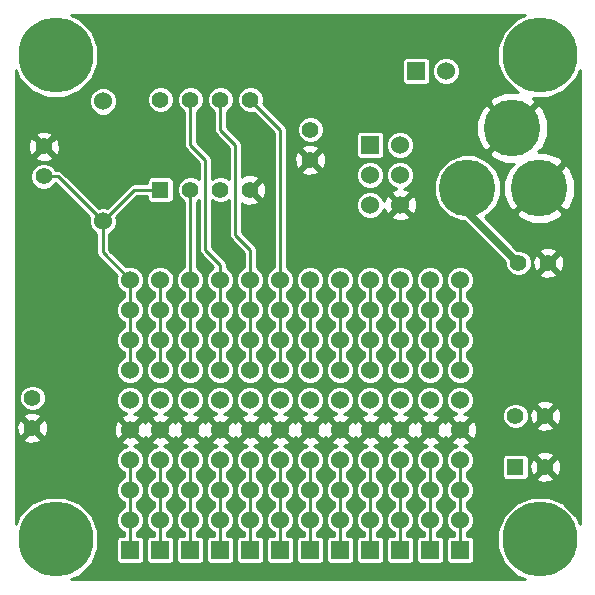
<source format=gbl>
G04 (created by PCBNEW (2013-05-31 BZR 4019)-stable) date 7/7/2013 11:22:26 AM*
%MOIN*%
G04 Gerber Fmt 3.4, Leading zero omitted, Abs format*
%FSLAX34Y34*%
G01*
G70*
G90*
G04 APERTURE LIST*
%ADD10C,0.00590551*%
%ADD11R,0.055X0.055*%
%ADD12C,0.055*%
%ADD13R,0.06X0.06*%
%ADD14C,0.06*%
%ADD15C,0.25*%
%ADD16C,0.189*%
%ADD17C,0.01*%
%ADD18C,0.025*%
G04 APERTURE END LIST*
G54D10*
G54D11*
X9000Y-10000D03*
G54D12*
X10000Y-10000D03*
X11000Y-10000D03*
X12000Y-10000D03*
X12000Y-7000D03*
X11000Y-7000D03*
X10000Y-7000D03*
X9000Y-7000D03*
G54D13*
X17537Y-6037D03*
G54D14*
X18537Y-6037D03*
G54D15*
X5511Y-21653D03*
X21653Y-21653D03*
X21653Y-5511D03*
X5511Y-5511D03*
G54D14*
X13000Y-13000D03*
X13000Y-14000D03*
X13000Y-17000D03*
X13000Y-18000D03*
G54D13*
X13000Y-22000D03*
G54D14*
X13000Y-21000D03*
X13000Y-20000D03*
X13000Y-19000D03*
X13000Y-16000D03*
X13000Y-15000D03*
X12000Y-13000D03*
X12000Y-14000D03*
X12000Y-17000D03*
X12000Y-18000D03*
G54D13*
X12000Y-22000D03*
G54D14*
X12000Y-21000D03*
X12000Y-20000D03*
X12000Y-19000D03*
X12000Y-16000D03*
X12000Y-15000D03*
X11000Y-13000D03*
X11000Y-14000D03*
X11000Y-17000D03*
X11000Y-18000D03*
G54D13*
X11000Y-22000D03*
G54D14*
X11000Y-21000D03*
X11000Y-20000D03*
X11000Y-19000D03*
X11000Y-16000D03*
X11000Y-15000D03*
X10000Y-13000D03*
X10000Y-14000D03*
X10000Y-17000D03*
X10000Y-18000D03*
G54D13*
X10000Y-22000D03*
G54D14*
X10000Y-21000D03*
X10000Y-20000D03*
X10000Y-19000D03*
X10000Y-16000D03*
X10000Y-15000D03*
X9000Y-13000D03*
X9000Y-14000D03*
X9000Y-17000D03*
X9000Y-18000D03*
G54D13*
X9000Y-22000D03*
G54D14*
X9000Y-21000D03*
X9000Y-20000D03*
X9000Y-19000D03*
X9000Y-16000D03*
X9000Y-15000D03*
X8000Y-13000D03*
X8000Y-14000D03*
X8000Y-17000D03*
X8000Y-18000D03*
G54D13*
X8000Y-22000D03*
G54D14*
X8000Y-21000D03*
X8000Y-20000D03*
X8000Y-19000D03*
X8000Y-16000D03*
X8000Y-15000D03*
G54D12*
X20837Y-17537D03*
X21837Y-17537D03*
X5118Y-9555D03*
X5118Y-8555D03*
X20937Y-12437D03*
X21937Y-12437D03*
G54D14*
X7086Y-7055D03*
X7086Y-11055D03*
X19000Y-13000D03*
X19000Y-14000D03*
X19000Y-17000D03*
X19000Y-18000D03*
G54D13*
X19000Y-22000D03*
G54D14*
X19000Y-21000D03*
X19000Y-20000D03*
X19000Y-19000D03*
X19000Y-16000D03*
X19000Y-15000D03*
X18000Y-13000D03*
X18000Y-14000D03*
X18000Y-17000D03*
X18000Y-18000D03*
G54D13*
X18000Y-22000D03*
G54D14*
X18000Y-21000D03*
X18000Y-20000D03*
X18000Y-19000D03*
X18000Y-16000D03*
X18000Y-15000D03*
X17000Y-13000D03*
X17000Y-14000D03*
X17000Y-17000D03*
X17000Y-18000D03*
G54D13*
X17000Y-22000D03*
G54D14*
X17000Y-21000D03*
X17000Y-20000D03*
X17000Y-19000D03*
X17000Y-16000D03*
X17000Y-15000D03*
X14000Y-13000D03*
X14000Y-14000D03*
X14000Y-17000D03*
X14000Y-18000D03*
G54D13*
X14000Y-22000D03*
G54D14*
X14000Y-21000D03*
X14000Y-20000D03*
X14000Y-19000D03*
X14000Y-16000D03*
X14000Y-15000D03*
X15000Y-13000D03*
X15000Y-14000D03*
X15000Y-17000D03*
X15000Y-18000D03*
G54D13*
X15000Y-22000D03*
G54D14*
X15000Y-21000D03*
X15000Y-20000D03*
X15000Y-19000D03*
X15000Y-16000D03*
X15000Y-15000D03*
X16000Y-13000D03*
X16000Y-14000D03*
X16000Y-17000D03*
X16000Y-18000D03*
G54D13*
X16000Y-22000D03*
G54D14*
X16000Y-21000D03*
X16000Y-20000D03*
X16000Y-19000D03*
X16000Y-16000D03*
X16000Y-15000D03*
G54D12*
X14000Y-8000D03*
X14000Y-9000D03*
X4737Y-16937D03*
X4737Y-17937D03*
G54D11*
X20837Y-19237D03*
G54D12*
X21837Y-19237D03*
G54D16*
X21637Y-9937D03*
X19237Y-9937D03*
X20737Y-7937D03*
G54D13*
X16000Y-8500D03*
G54D14*
X17000Y-8500D03*
X16000Y-9500D03*
X17000Y-9500D03*
X16000Y-10500D03*
X17000Y-10500D03*
G54D17*
X13000Y-13000D02*
X13000Y-8000D01*
X13000Y-8000D02*
X12000Y-7000D01*
X13000Y-16000D02*
X13000Y-15000D01*
X13000Y-15000D02*
X13000Y-14000D01*
X13000Y-14000D02*
X13000Y-13000D01*
X12000Y-16000D02*
X12000Y-15000D01*
X12000Y-15000D02*
X12000Y-14000D01*
X12000Y-14000D02*
X12000Y-13000D01*
X11000Y-7000D02*
X11000Y-8000D01*
X12000Y-12000D02*
X12000Y-13000D01*
X11500Y-11500D02*
X12000Y-12000D01*
X11500Y-8500D02*
X11500Y-11500D01*
X11000Y-8000D02*
X11500Y-8500D01*
X10000Y-7000D02*
X10000Y-8500D01*
X11000Y-12500D02*
X11000Y-13000D01*
X10500Y-12000D02*
X11000Y-12500D01*
X10500Y-9000D02*
X10500Y-12000D01*
X10000Y-8500D02*
X10500Y-9000D01*
X11000Y-16000D02*
X11000Y-15000D01*
X11000Y-15000D02*
X11000Y-14000D01*
X11000Y-14000D02*
X11000Y-13000D01*
X10000Y-13000D02*
X10000Y-10000D01*
X10000Y-16000D02*
X10000Y-15000D01*
X10000Y-15000D02*
X10000Y-14000D01*
X10000Y-14000D02*
X10000Y-13000D01*
X9000Y-16000D02*
X9000Y-15000D01*
X9000Y-15000D02*
X9000Y-14000D01*
X9000Y-14000D02*
X9000Y-13000D01*
X9000Y-10000D02*
X8141Y-10000D01*
X8141Y-10000D02*
X7086Y-11055D01*
X5118Y-9555D02*
X5586Y-9555D01*
X5586Y-9555D02*
X7086Y-11055D01*
X8000Y-16000D02*
X8000Y-15000D01*
X8000Y-15000D02*
X8000Y-14000D01*
X8000Y-14000D02*
X8000Y-13000D01*
X8000Y-13000D02*
X7086Y-12086D01*
X7086Y-12086D02*
X7086Y-11055D01*
G54D18*
X19237Y-9937D02*
X19237Y-10737D01*
X19237Y-10737D02*
X20937Y-12437D01*
G54D17*
X13000Y-22000D02*
X13000Y-21000D01*
X13000Y-21000D02*
X13000Y-20000D01*
X13000Y-20000D02*
X13000Y-19000D01*
X14000Y-22000D02*
X14000Y-21000D01*
X14000Y-21000D02*
X14000Y-20000D01*
X14000Y-20000D02*
X14000Y-19000D01*
X14000Y-19000D02*
X14000Y-19500D01*
X19000Y-16000D02*
X19000Y-15000D01*
X19000Y-15000D02*
X19000Y-14000D01*
X19000Y-14000D02*
X19000Y-13000D01*
X15000Y-16000D02*
X15000Y-15000D01*
X15000Y-15000D02*
X15000Y-14000D01*
X15000Y-14000D02*
X15000Y-13000D01*
X16000Y-16000D02*
X16000Y-15000D01*
X16000Y-15000D02*
X16000Y-14000D01*
X16000Y-14000D02*
X16000Y-13000D01*
X8000Y-22000D02*
X8000Y-21000D01*
X8000Y-21000D02*
X8000Y-20000D01*
X8000Y-20000D02*
X8000Y-19000D01*
X16000Y-22000D02*
X16000Y-21000D01*
X16000Y-21000D02*
X16000Y-20000D01*
X16000Y-20000D02*
X16000Y-19000D01*
X19000Y-22000D02*
X19000Y-21000D01*
X19000Y-21000D02*
X19000Y-20000D01*
X19000Y-20000D02*
X19000Y-19000D01*
X18000Y-16000D02*
X18000Y-15000D01*
X18000Y-15000D02*
X18000Y-14000D01*
X18000Y-14000D02*
X18000Y-13000D01*
X18000Y-22000D02*
X18000Y-21000D01*
X18000Y-21000D02*
X18000Y-20000D01*
X18000Y-20000D02*
X18000Y-19000D01*
X15000Y-22000D02*
X15000Y-21000D01*
X15000Y-21000D02*
X15000Y-20000D01*
X15000Y-20000D02*
X15000Y-19000D01*
X9000Y-22000D02*
X9000Y-21000D01*
X9000Y-21000D02*
X9000Y-20000D01*
X9000Y-20000D02*
X9000Y-19000D01*
X10000Y-22000D02*
X10000Y-21000D01*
X10000Y-21000D02*
X10000Y-20000D01*
X10000Y-20000D02*
X10000Y-19000D01*
X11000Y-22000D02*
X11000Y-21000D01*
X11000Y-21000D02*
X11000Y-20000D01*
X11000Y-20000D02*
X11000Y-19000D01*
X12000Y-22000D02*
X12000Y-21000D01*
X12000Y-21000D02*
X12000Y-20000D01*
X12000Y-20000D02*
X12000Y-19000D01*
X17000Y-22000D02*
X17000Y-21000D01*
X17000Y-21000D02*
X17000Y-20000D01*
X17000Y-20000D02*
X17000Y-19000D01*
X17000Y-16000D02*
X17000Y-15000D01*
X17000Y-15000D02*
X17000Y-14000D01*
X17000Y-14000D02*
X17000Y-13000D01*
X14000Y-16000D02*
X14000Y-15000D01*
X14000Y-15000D02*
X14000Y-14000D01*
X14000Y-14000D02*
X14000Y-13000D01*
G54D10*
G36*
X22983Y-21153D02*
X22858Y-20850D01*
X22832Y-20824D01*
X22832Y-10172D01*
X22831Y-9697D01*
X22651Y-9261D01*
X22488Y-9155D01*
X22418Y-9226D01*
X22418Y-9085D01*
X22312Y-8922D01*
X21932Y-8766D01*
X21872Y-8741D01*
X21612Y-8742D01*
X21588Y-8718D01*
X21751Y-8612D01*
X21932Y-8172D01*
X21931Y-7697D01*
X21751Y-7261D01*
X21588Y-7155D01*
X20807Y-7937D01*
X20813Y-7942D01*
X20742Y-8013D01*
X20737Y-8007D01*
X20666Y-8078D01*
X20666Y-7937D01*
X19885Y-7155D01*
X19722Y-7261D01*
X19541Y-7701D01*
X19542Y-8176D01*
X19722Y-8612D01*
X19885Y-8718D01*
X20666Y-7937D01*
X20666Y-8078D01*
X19955Y-8788D01*
X20061Y-8951D01*
X20501Y-9132D01*
X20761Y-9131D01*
X20785Y-9155D01*
X20622Y-9261D01*
X20441Y-9701D01*
X20442Y-10176D01*
X20622Y-10612D01*
X20785Y-10718D01*
X21566Y-9937D01*
X21560Y-9931D01*
X21631Y-9860D01*
X21637Y-9866D01*
X22418Y-9085D01*
X22418Y-9226D01*
X21707Y-9937D01*
X22488Y-10718D01*
X22651Y-10612D01*
X22832Y-10172D01*
X22832Y-20824D01*
X22466Y-20458D01*
X22466Y-12512D01*
X22455Y-12304D01*
X22418Y-12214D01*
X22418Y-10788D01*
X21637Y-10007D01*
X21566Y-10078D01*
X20855Y-10788D01*
X20961Y-10951D01*
X21401Y-11132D01*
X21876Y-11131D01*
X22312Y-10951D01*
X22418Y-10788D01*
X22418Y-12214D01*
X22397Y-12164D01*
X22304Y-12139D01*
X22234Y-12210D01*
X22234Y-12069D01*
X22209Y-11976D01*
X22012Y-11907D01*
X21804Y-11918D01*
X21664Y-11976D01*
X21639Y-12069D01*
X21937Y-12366D01*
X22234Y-12069D01*
X22234Y-12210D01*
X22007Y-12437D01*
X22304Y-12734D01*
X22397Y-12709D01*
X22466Y-12512D01*
X22466Y-20458D01*
X22458Y-20450D01*
X22366Y-20412D01*
X22366Y-19312D01*
X22366Y-17612D01*
X22355Y-17404D01*
X22297Y-17264D01*
X22234Y-17247D01*
X22234Y-12804D01*
X21937Y-12507D01*
X21866Y-12578D01*
X21866Y-12437D01*
X21569Y-12139D01*
X21476Y-12164D01*
X21407Y-12361D01*
X21418Y-12569D01*
X21476Y-12709D01*
X21569Y-12734D01*
X21866Y-12437D01*
X21866Y-12578D01*
X21639Y-12804D01*
X21664Y-12897D01*
X21861Y-12966D01*
X22069Y-12955D01*
X22209Y-12897D01*
X22234Y-12804D01*
X22234Y-17247D01*
X22204Y-17239D01*
X22134Y-17310D01*
X22134Y-17169D01*
X22109Y-17076D01*
X21912Y-17007D01*
X21704Y-17018D01*
X21564Y-17076D01*
X21539Y-17169D01*
X21837Y-17466D01*
X22134Y-17169D01*
X22134Y-17310D01*
X21907Y-17537D01*
X22204Y-17834D01*
X22297Y-17809D01*
X22366Y-17612D01*
X22366Y-19312D01*
X22355Y-19104D01*
X22297Y-18964D01*
X22204Y-18939D01*
X22134Y-19010D01*
X22134Y-18869D01*
X22134Y-17904D01*
X21837Y-17607D01*
X21766Y-17678D01*
X21766Y-17537D01*
X21469Y-17239D01*
X21382Y-17262D01*
X21382Y-12348D01*
X21314Y-12185D01*
X21189Y-12059D01*
X21025Y-11992D01*
X20909Y-11991D01*
X19819Y-10902D01*
X19867Y-10882D01*
X20181Y-10569D01*
X20351Y-10159D01*
X20352Y-9716D01*
X20182Y-9306D01*
X19869Y-8992D01*
X19459Y-8822D01*
X19016Y-8821D01*
X19007Y-8825D01*
X19007Y-5943D01*
X18935Y-5771D01*
X18803Y-5638D01*
X18630Y-5567D01*
X18443Y-5566D01*
X18271Y-5638D01*
X18138Y-5770D01*
X18067Y-5943D01*
X18066Y-6130D01*
X18138Y-6302D01*
X18270Y-6435D01*
X18443Y-6506D01*
X18630Y-6507D01*
X18802Y-6435D01*
X18935Y-6303D01*
X19006Y-6130D01*
X19007Y-5943D01*
X19007Y-8825D01*
X18606Y-8991D01*
X18292Y-9304D01*
X18122Y-9714D01*
X18121Y-10157D01*
X18291Y-10567D01*
X18604Y-10881D01*
X19014Y-11051D01*
X19134Y-11051D01*
X20492Y-12409D01*
X20491Y-12525D01*
X20559Y-12688D01*
X20684Y-12814D01*
X20848Y-12881D01*
X21025Y-12882D01*
X21188Y-12814D01*
X21314Y-12689D01*
X21381Y-12525D01*
X21382Y-12348D01*
X21382Y-17262D01*
X21376Y-17264D01*
X21307Y-17461D01*
X21318Y-17669D01*
X21376Y-17809D01*
X21469Y-17834D01*
X21766Y-17537D01*
X21766Y-17678D01*
X21539Y-17904D01*
X21564Y-17997D01*
X21761Y-18066D01*
X21969Y-18055D01*
X22109Y-17997D01*
X22134Y-17904D01*
X22134Y-18869D01*
X22109Y-18776D01*
X21912Y-18707D01*
X21704Y-18718D01*
X21564Y-18776D01*
X21539Y-18869D01*
X21837Y-19166D01*
X22134Y-18869D01*
X22134Y-19010D01*
X21907Y-19237D01*
X22204Y-19534D01*
X22297Y-19509D01*
X22366Y-19312D01*
X22366Y-20412D01*
X22134Y-20315D01*
X22134Y-19604D01*
X21837Y-19307D01*
X21766Y-19378D01*
X21766Y-19237D01*
X21469Y-18939D01*
X21376Y-18964D01*
X21307Y-19161D01*
X21318Y-19369D01*
X21376Y-19509D01*
X21469Y-19534D01*
X21766Y-19237D01*
X21766Y-19378D01*
X21539Y-19604D01*
X21564Y-19697D01*
X21761Y-19766D01*
X21969Y-19755D01*
X22109Y-19697D01*
X22134Y-19604D01*
X22134Y-20315D01*
X21937Y-20233D01*
X21372Y-20233D01*
X21282Y-20270D01*
X21282Y-17448D01*
X21214Y-17285D01*
X21089Y-17159D01*
X20925Y-17092D01*
X20748Y-17091D01*
X20585Y-17159D01*
X20459Y-17284D01*
X20392Y-17448D01*
X20391Y-17625D01*
X20459Y-17788D01*
X20584Y-17914D01*
X20748Y-17981D01*
X20925Y-17982D01*
X21088Y-17914D01*
X21214Y-17789D01*
X21281Y-17625D01*
X21282Y-17448D01*
X21282Y-20270D01*
X21282Y-20270D01*
X21282Y-19478D01*
X21282Y-18928D01*
X21256Y-18865D01*
X21208Y-18817D01*
X21145Y-18792D01*
X21078Y-18791D01*
X20528Y-18791D01*
X20465Y-18817D01*
X20417Y-18865D01*
X20392Y-18928D01*
X20391Y-18995D01*
X20391Y-19545D01*
X20417Y-19608D01*
X20465Y-19656D01*
X20528Y-19681D01*
X20595Y-19682D01*
X21145Y-19682D01*
X21208Y-19656D01*
X21256Y-19608D01*
X21281Y-19545D01*
X21282Y-19478D01*
X21282Y-20270D01*
X20850Y-20449D01*
X20450Y-20848D01*
X20233Y-21369D01*
X20233Y-21934D01*
X20449Y-22456D01*
X20848Y-22856D01*
X21153Y-22983D01*
X19554Y-22983D01*
X19554Y-18081D01*
X19543Y-17863D01*
X19481Y-17712D01*
X19470Y-17708D01*
X19470Y-16906D01*
X19470Y-15906D01*
X19398Y-15734D01*
X19266Y-15601D01*
X19220Y-15582D01*
X19220Y-15417D01*
X19265Y-15398D01*
X19398Y-15266D01*
X19469Y-15093D01*
X19470Y-14906D01*
X19398Y-14734D01*
X19266Y-14601D01*
X19220Y-14582D01*
X19220Y-14417D01*
X19265Y-14398D01*
X19398Y-14266D01*
X19469Y-14093D01*
X19470Y-13906D01*
X19398Y-13734D01*
X19266Y-13601D01*
X19220Y-13582D01*
X19220Y-13417D01*
X19265Y-13398D01*
X19398Y-13266D01*
X19469Y-13093D01*
X19470Y-12906D01*
X19398Y-12734D01*
X19266Y-12601D01*
X19093Y-12530D01*
X18906Y-12529D01*
X18734Y-12601D01*
X18601Y-12733D01*
X18530Y-12906D01*
X18529Y-13093D01*
X18601Y-13265D01*
X18733Y-13398D01*
X18780Y-13417D01*
X18780Y-13582D01*
X18734Y-13601D01*
X18601Y-13733D01*
X18530Y-13906D01*
X18529Y-14093D01*
X18601Y-14265D01*
X18733Y-14398D01*
X18780Y-14417D01*
X18780Y-14582D01*
X18734Y-14601D01*
X18601Y-14733D01*
X18530Y-14906D01*
X18529Y-15093D01*
X18601Y-15265D01*
X18733Y-15398D01*
X18780Y-15417D01*
X18780Y-15582D01*
X18734Y-15601D01*
X18601Y-15733D01*
X18530Y-15906D01*
X18529Y-16093D01*
X18601Y-16265D01*
X18733Y-16398D01*
X18906Y-16469D01*
X19093Y-16470D01*
X19265Y-16398D01*
X19398Y-16266D01*
X19469Y-16093D01*
X19470Y-15906D01*
X19470Y-16906D01*
X19398Y-16734D01*
X19266Y-16601D01*
X19093Y-16530D01*
X18906Y-16529D01*
X18734Y-16601D01*
X18601Y-16733D01*
X18530Y-16906D01*
X18529Y-17093D01*
X18601Y-17265D01*
X18733Y-17398D01*
X18871Y-17455D01*
X18863Y-17456D01*
X18712Y-17518D01*
X18684Y-17614D01*
X19000Y-17929D01*
X19315Y-17614D01*
X19287Y-17518D01*
X19120Y-17458D01*
X19265Y-17398D01*
X19398Y-17266D01*
X19469Y-17093D01*
X19470Y-16906D01*
X19470Y-17708D01*
X19385Y-17684D01*
X19070Y-18000D01*
X19385Y-18315D01*
X19481Y-18287D01*
X19554Y-18081D01*
X19554Y-22983D01*
X19470Y-22983D01*
X19470Y-20906D01*
X19398Y-20734D01*
X19266Y-20601D01*
X19220Y-20582D01*
X19220Y-20417D01*
X19265Y-20398D01*
X19398Y-20266D01*
X19469Y-20093D01*
X19470Y-19906D01*
X19398Y-19734D01*
X19266Y-19601D01*
X19220Y-19582D01*
X19220Y-19417D01*
X19265Y-19398D01*
X19398Y-19266D01*
X19469Y-19093D01*
X19470Y-18906D01*
X19398Y-18734D01*
X19266Y-18601D01*
X19128Y-18544D01*
X19136Y-18543D01*
X19287Y-18481D01*
X19315Y-18385D01*
X19000Y-18070D01*
X18929Y-18141D01*
X18929Y-18000D01*
X18614Y-17684D01*
X18518Y-17712D01*
X18501Y-17760D01*
X18481Y-17712D01*
X18470Y-17708D01*
X18470Y-16906D01*
X18470Y-15906D01*
X18398Y-15734D01*
X18266Y-15601D01*
X18220Y-15582D01*
X18220Y-15417D01*
X18265Y-15398D01*
X18398Y-15266D01*
X18469Y-15093D01*
X18470Y-14906D01*
X18398Y-14734D01*
X18266Y-14601D01*
X18220Y-14582D01*
X18220Y-14417D01*
X18265Y-14398D01*
X18398Y-14266D01*
X18469Y-14093D01*
X18470Y-13906D01*
X18398Y-13734D01*
X18266Y-13601D01*
X18220Y-13582D01*
X18220Y-13417D01*
X18265Y-13398D01*
X18398Y-13266D01*
X18469Y-13093D01*
X18470Y-12906D01*
X18398Y-12734D01*
X18266Y-12601D01*
X18093Y-12530D01*
X18007Y-12530D01*
X18007Y-6303D01*
X18007Y-5703D01*
X17981Y-5640D01*
X17933Y-5592D01*
X17870Y-5567D01*
X17803Y-5566D01*
X17203Y-5566D01*
X17140Y-5592D01*
X17092Y-5640D01*
X17067Y-5703D01*
X17066Y-5770D01*
X17066Y-6370D01*
X17092Y-6433D01*
X17140Y-6481D01*
X17203Y-6506D01*
X17270Y-6507D01*
X17870Y-6507D01*
X17933Y-6481D01*
X17981Y-6433D01*
X18006Y-6370D01*
X18007Y-6303D01*
X18007Y-12530D01*
X17906Y-12529D01*
X17734Y-12601D01*
X17601Y-12733D01*
X17554Y-12846D01*
X17554Y-10581D01*
X17543Y-10363D01*
X17481Y-10212D01*
X17470Y-10208D01*
X17470Y-9406D01*
X17470Y-8406D01*
X17398Y-8234D01*
X17266Y-8101D01*
X17093Y-8030D01*
X16906Y-8029D01*
X16734Y-8101D01*
X16601Y-8233D01*
X16530Y-8406D01*
X16529Y-8593D01*
X16601Y-8765D01*
X16733Y-8898D01*
X16906Y-8969D01*
X17093Y-8970D01*
X17265Y-8898D01*
X17398Y-8766D01*
X17469Y-8593D01*
X17470Y-8406D01*
X17470Y-9406D01*
X17398Y-9234D01*
X17266Y-9101D01*
X17093Y-9030D01*
X16906Y-9029D01*
X16734Y-9101D01*
X16601Y-9233D01*
X16530Y-9406D01*
X16529Y-9593D01*
X16601Y-9765D01*
X16733Y-9898D01*
X16871Y-9955D01*
X16863Y-9956D01*
X16712Y-10018D01*
X16684Y-10114D01*
X17000Y-10429D01*
X17315Y-10114D01*
X17287Y-10018D01*
X17120Y-9958D01*
X17265Y-9898D01*
X17398Y-9766D01*
X17469Y-9593D01*
X17470Y-9406D01*
X17470Y-10208D01*
X17385Y-10184D01*
X17070Y-10500D01*
X17385Y-10815D01*
X17481Y-10787D01*
X17554Y-10581D01*
X17554Y-12846D01*
X17530Y-12906D01*
X17529Y-13093D01*
X17601Y-13265D01*
X17733Y-13398D01*
X17780Y-13417D01*
X17780Y-13582D01*
X17734Y-13601D01*
X17601Y-13733D01*
X17530Y-13906D01*
X17529Y-14093D01*
X17601Y-14265D01*
X17733Y-14398D01*
X17780Y-14417D01*
X17780Y-14582D01*
X17734Y-14601D01*
X17601Y-14733D01*
X17530Y-14906D01*
X17529Y-15093D01*
X17601Y-15265D01*
X17733Y-15398D01*
X17780Y-15417D01*
X17780Y-15582D01*
X17734Y-15601D01*
X17601Y-15733D01*
X17530Y-15906D01*
X17529Y-16093D01*
X17601Y-16265D01*
X17733Y-16398D01*
X17906Y-16469D01*
X18093Y-16470D01*
X18265Y-16398D01*
X18398Y-16266D01*
X18469Y-16093D01*
X18470Y-15906D01*
X18470Y-16906D01*
X18398Y-16734D01*
X18266Y-16601D01*
X18093Y-16530D01*
X17906Y-16529D01*
X17734Y-16601D01*
X17601Y-16733D01*
X17530Y-16906D01*
X17529Y-17093D01*
X17601Y-17265D01*
X17733Y-17398D01*
X17871Y-17455D01*
X17863Y-17456D01*
X17712Y-17518D01*
X17684Y-17614D01*
X18000Y-17929D01*
X18315Y-17614D01*
X18287Y-17518D01*
X18120Y-17458D01*
X18265Y-17398D01*
X18398Y-17266D01*
X18469Y-17093D01*
X18470Y-16906D01*
X18470Y-17708D01*
X18385Y-17684D01*
X18070Y-18000D01*
X18385Y-18315D01*
X18481Y-18287D01*
X18498Y-18239D01*
X18518Y-18287D01*
X18614Y-18315D01*
X18929Y-18000D01*
X18929Y-18141D01*
X18684Y-18385D01*
X18712Y-18481D01*
X18879Y-18541D01*
X18734Y-18601D01*
X18601Y-18733D01*
X18530Y-18906D01*
X18529Y-19093D01*
X18601Y-19265D01*
X18733Y-19398D01*
X18780Y-19417D01*
X18780Y-19582D01*
X18734Y-19601D01*
X18601Y-19733D01*
X18530Y-19906D01*
X18529Y-20093D01*
X18601Y-20265D01*
X18733Y-20398D01*
X18780Y-20417D01*
X18780Y-20582D01*
X18734Y-20601D01*
X18601Y-20733D01*
X18530Y-20906D01*
X18529Y-21093D01*
X18601Y-21265D01*
X18733Y-21398D01*
X18780Y-21417D01*
X18780Y-21529D01*
X18666Y-21529D01*
X18603Y-21555D01*
X18555Y-21603D01*
X18530Y-21666D01*
X18529Y-21733D01*
X18529Y-22333D01*
X18555Y-22396D01*
X18603Y-22444D01*
X18666Y-22469D01*
X18733Y-22470D01*
X19333Y-22470D01*
X19396Y-22444D01*
X19444Y-22396D01*
X19469Y-22333D01*
X19470Y-22266D01*
X19470Y-21666D01*
X19444Y-21603D01*
X19396Y-21555D01*
X19333Y-21530D01*
X19266Y-21529D01*
X19220Y-21529D01*
X19220Y-21417D01*
X19265Y-21398D01*
X19398Y-21266D01*
X19469Y-21093D01*
X19470Y-20906D01*
X19470Y-22983D01*
X18470Y-22983D01*
X18470Y-20906D01*
X18398Y-20734D01*
X18266Y-20601D01*
X18220Y-20582D01*
X18220Y-20417D01*
X18265Y-20398D01*
X18398Y-20266D01*
X18469Y-20093D01*
X18470Y-19906D01*
X18398Y-19734D01*
X18266Y-19601D01*
X18220Y-19582D01*
X18220Y-19417D01*
X18265Y-19398D01*
X18398Y-19266D01*
X18469Y-19093D01*
X18470Y-18906D01*
X18398Y-18734D01*
X18266Y-18601D01*
X18128Y-18544D01*
X18136Y-18543D01*
X18287Y-18481D01*
X18315Y-18385D01*
X18000Y-18070D01*
X17929Y-18141D01*
X17929Y-18000D01*
X17614Y-17684D01*
X17518Y-17712D01*
X17501Y-17760D01*
X17481Y-17712D01*
X17470Y-17708D01*
X17470Y-16906D01*
X17470Y-15906D01*
X17398Y-15734D01*
X17266Y-15601D01*
X17220Y-15582D01*
X17220Y-15417D01*
X17265Y-15398D01*
X17398Y-15266D01*
X17469Y-15093D01*
X17470Y-14906D01*
X17398Y-14734D01*
X17266Y-14601D01*
X17220Y-14582D01*
X17220Y-14417D01*
X17265Y-14398D01*
X17398Y-14266D01*
X17469Y-14093D01*
X17470Y-13906D01*
X17398Y-13734D01*
X17266Y-13601D01*
X17220Y-13582D01*
X17220Y-13417D01*
X17265Y-13398D01*
X17398Y-13266D01*
X17469Y-13093D01*
X17470Y-12906D01*
X17398Y-12734D01*
X17315Y-12650D01*
X17315Y-10885D01*
X17000Y-10570D01*
X16929Y-10641D01*
X16929Y-10500D01*
X16614Y-10184D01*
X16518Y-10212D01*
X16470Y-10348D01*
X16470Y-9406D01*
X16470Y-9406D01*
X16470Y-8766D01*
X16470Y-8166D01*
X16444Y-8103D01*
X16396Y-8055D01*
X16333Y-8030D01*
X16266Y-8029D01*
X15666Y-8029D01*
X15603Y-8055D01*
X15555Y-8103D01*
X15530Y-8166D01*
X15529Y-8233D01*
X15529Y-8833D01*
X15555Y-8896D01*
X15603Y-8944D01*
X15666Y-8969D01*
X15733Y-8970D01*
X16333Y-8970D01*
X16396Y-8944D01*
X16444Y-8896D01*
X16469Y-8833D01*
X16470Y-8766D01*
X16470Y-9406D01*
X16398Y-9234D01*
X16266Y-9101D01*
X16093Y-9030D01*
X15906Y-9029D01*
X15734Y-9101D01*
X15601Y-9233D01*
X15530Y-9406D01*
X15529Y-9593D01*
X15601Y-9765D01*
X15733Y-9898D01*
X15906Y-9969D01*
X16093Y-9970D01*
X16265Y-9898D01*
X16398Y-9766D01*
X16469Y-9593D01*
X16470Y-9406D01*
X16470Y-10348D01*
X16458Y-10379D01*
X16398Y-10234D01*
X16266Y-10101D01*
X16093Y-10030D01*
X15906Y-10029D01*
X15734Y-10101D01*
X15601Y-10233D01*
X15530Y-10406D01*
X15529Y-10593D01*
X15601Y-10765D01*
X15733Y-10898D01*
X15906Y-10969D01*
X16093Y-10970D01*
X16265Y-10898D01*
X16398Y-10766D01*
X16455Y-10628D01*
X16456Y-10636D01*
X16518Y-10787D01*
X16614Y-10815D01*
X16929Y-10500D01*
X16929Y-10641D01*
X16684Y-10885D01*
X16712Y-10981D01*
X16918Y-11054D01*
X17136Y-11043D01*
X17287Y-10981D01*
X17315Y-10885D01*
X17315Y-12650D01*
X17266Y-12601D01*
X17093Y-12530D01*
X16906Y-12529D01*
X16734Y-12601D01*
X16601Y-12733D01*
X16530Y-12906D01*
X16529Y-13093D01*
X16601Y-13265D01*
X16733Y-13398D01*
X16780Y-13417D01*
X16780Y-13582D01*
X16734Y-13601D01*
X16601Y-13733D01*
X16530Y-13906D01*
X16529Y-14093D01*
X16601Y-14265D01*
X16733Y-14398D01*
X16780Y-14417D01*
X16780Y-14582D01*
X16734Y-14601D01*
X16601Y-14733D01*
X16530Y-14906D01*
X16529Y-15093D01*
X16601Y-15265D01*
X16733Y-15398D01*
X16780Y-15417D01*
X16780Y-15582D01*
X16734Y-15601D01*
X16601Y-15733D01*
X16530Y-15906D01*
X16529Y-16093D01*
X16601Y-16265D01*
X16733Y-16398D01*
X16906Y-16469D01*
X17093Y-16470D01*
X17265Y-16398D01*
X17398Y-16266D01*
X17469Y-16093D01*
X17470Y-15906D01*
X17470Y-16906D01*
X17398Y-16734D01*
X17266Y-16601D01*
X17093Y-16530D01*
X16906Y-16529D01*
X16734Y-16601D01*
X16601Y-16733D01*
X16530Y-16906D01*
X16529Y-17093D01*
X16601Y-17265D01*
X16733Y-17398D01*
X16871Y-17455D01*
X16863Y-17456D01*
X16712Y-17518D01*
X16684Y-17614D01*
X17000Y-17929D01*
X17315Y-17614D01*
X17287Y-17518D01*
X17120Y-17458D01*
X17265Y-17398D01*
X17398Y-17266D01*
X17469Y-17093D01*
X17470Y-16906D01*
X17470Y-17708D01*
X17385Y-17684D01*
X17070Y-18000D01*
X17385Y-18315D01*
X17481Y-18287D01*
X17498Y-18239D01*
X17518Y-18287D01*
X17614Y-18315D01*
X17929Y-18000D01*
X17929Y-18141D01*
X17684Y-18385D01*
X17712Y-18481D01*
X17879Y-18541D01*
X17734Y-18601D01*
X17601Y-18733D01*
X17530Y-18906D01*
X17529Y-19093D01*
X17601Y-19265D01*
X17733Y-19398D01*
X17780Y-19417D01*
X17780Y-19582D01*
X17734Y-19601D01*
X17601Y-19733D01*
X17530Y-19906D01*
X17529Y-20093D01*
X17601Y-20265D01*
X17733Y-20398D01*
X17780Y-20417D01*
X17780Y-20582D01*
X17734Y-20601D01*
X17601Y-20733D01*
X17530Y-20906D01*
X17529Y-21093D01*
X17601Y-21265D01*
X17733Y-21398D01*
X17780Y-21417D01*
X17780Y-21529D01*
X17666Y-21529D01*
X17603Y-21555D01*
X17555Y-21603D01*
X17530Y-21666D01*
X17529Y-21733D01*
X17529Y-22333D01*
X17555Y-22396D01*
X17603Y-22444D01*
X17666Y-22469D01*
X17733Y-22470D01*
X18333Y-22470D01*
X18396Y-22444D01*
X18444Y-22396D01*
X18469Y-22333D01*
X18470Y-22266D01*
X18470Y-21666D01*
X18444Y-21603D01*
X18396Y-21555D01*
X18333Y-21530D01*
X18266Y-21529D01*
X18220Y-21529D01*
X18220Y-21417D01*
X18265Y-21398D01*
X18398Y-21266D01*
X18469Y-21093D01*
X18470Y-20906D01*
X18470Y-22983D01*
X17470Y-22983D01*
X17470Y-20906D01*
X17398Y-20734D01*
X17266Y-20601D01*
X17220Y-20582D01*
X17220Y-20417D01*
X17265Y-20398D01*
X17398Y-20266D01*
X17469Y-20093D01*
X17470Y-19906D01*
X17398Y-19734D01*
X17266Y-19601D01*
X17220Y-19582D01*
X17220Y-19417D01*
X17265Y-19398D01*
X17398Y-19266D01*
X17469Y-19093D01*
X17470Y-18906D01*
X17398Y-18734D01*
X17266Y-18601D01*
X17128Y-18544D01*
X17136Y-18543D01*
X17287Y-18481D01*
X17315Y-18385D01*
X17000Y-18070D01*
X16929Y-18141D01*
X16929Y-18000D01*
X16614Y-17684D01*
X16518Y-17712D01*
X16501Y-17760D01*
X16481Y-17712D01*
X16470Y-17708D01*
X16470Y-16906D01*
X16470Y-15906D01*
X16398Y-15734D01*
X16266Y-15601D01*
X16220Y-15582D01*
X16220Y-15417D01*
X16265Y-15398D01*
X16398Y-15266D01*
X16469Y-15093D01*
X16470Y-14906D01*
X16398Y-14734D01*
X16266Y-14601D01*
X16220Y-14582D01*
X16220Y-14417D01*
X16265Y-14398D01*
X16398Y-14266D01*
X16469Y-14093D01*
X16470Y-13906D01*
X16398Y-13734D01*
X16266Y-13601D01*
X16220Y-13582D01*
X16220Y-13417D01*
X16265Y-13398D01*
X16398Y-13266D01*
X16469Y-13093D01*
X16470Y-12906D01*
X16398Y-12734D01*
X16266Y-12601D01*
X16093Y-12530D01*
X15906Y-12529D01*
X15734Y-12601D01*
X15601Y-12733D01*
X15530Y-12906D01*
X15529Y-13093D01*
X15601Y-13265D01*
X15733Y-13398D01*
X15780Y-13417D01*
X15780Y-13582D01*
X15734Y-13601D01*
X15601Y-13733D01*
X15530Y-13906D01*
X15529Y-14093D01*
X15601Y-14265D01*
X15733Y-14398D01*
X15780Y-14417D01*
X15780Y-14582D01*
X15734Y-14601D01*
X15601Y-14733D01*
X15530Y-14906D01*
X15529Y-15093D01*
X15601Y-15265D01*
X15733Y-15398D01*
X15780Y-15417D01*
X15780Y-15582D01*
X15734Y-15601D01*
X15601Y-15733D01*
X15530Y-15906D01*
X15529Y-16093D01*
X15601Y-16265D01*
X15733Y-16398D01*
X15906Y-16469D01*
X16093Y-16470D01*
X16265Y-16398D01*
X16398Y-16266D01*
X16469Y-16093D01*
X16470Y-15906D01*
X16470Y-16906D01*
X16398Y-16734D01*
X16266Y-16601D01*
X16093Y-16530D01*
X15906Y-16529D01*
X15734Y-16601D01*
X15601Y-16733D01*
X15530Y-16906D01*
X15529Y-17093D01*
X15601Y-17265D01*
X15733Y-17398D01*
X15871Y-17455D01*
X15863Y-17456D01*
X15712Y-17518D01*
X15684Y-17614D01*
X16000Y-17929D01*
X16315Y-17614D01*
X16287Y-17518D01*
X16120Y-17458D01*
X16265Y-17398D01*
X16398Y-17266D01*
X16469Y-17093D01*
X16470Y-16906D01*
X16470Y-17708D01*
X16385Y-17684D01*
X16070Y-18000D01*
X16385Y-18315D01*
X16481Y-18287D01*
X16498Y-18239D01*
X16518Y-18287D01*
X16614Y-18315D01*
X16929Y-18000D01*
X16929Y-18141D01*
X16684Y-18385D01*
X16712Y-18481D01*
X16879Y-18541D01*
X16734Y-18601D01*
X16601Y-18733D01*
X16530Y-18906D01*
X16529Y-19093D01*
X16601Y-19265D01*
X16733Y-19398D01*
X16780Y-19417D01*
X16780Y-19582D01*
X16734Y-19601D01*
X16601Y-19733D01*
X16530Y-19906D01*
X16529Y-20093D01*
X16601Y-20265D01*
X16733Y-20398D01*
X16780Y-20417D01*
X16780Y-20582D01*
X16734Y-20601D01*
X16601Y-20733D01*
X16530Y-20906D01*
X16529Y-21093D01*
X16601Y-21265D01*
X16733Y-21398D01*
X16780Y-21417D01*
X16780Y-21529D01*
X16666Y-21529D01*
X16603Y-21555D01*
X16555Y-21603D01*
X16530Y-21666D01*
X16529Y-21733D01*
X16529Y-22333D01*
X16555Y-22396D01*
X16603Y-22444D01*
X16666Y-22469D01*
X16733Y-22470D01*
X17333Y-22470D01*
X17396Y-22444D01*
X17444Y-22396D01*
X17469Y-22333D01*
X17470Y-22266D01*
X17470Y-21666D01*
X17444Y-21603D01*
X17396Y-21555D01*
X17333Y-21530D01*
X17266Y-21529D01*
X17220Y-21529D01*
X17220Y-21417D01*
X17265Y-21398D01*
X17398Y-21266D01*
X17469Y-21093D01*
X17470Y-20906D01*
X17470Y-22983D01*
X16470Y-22983D01*
X16470Y-20906D01*
X16398Y-20734D01*
X16266Y-20601D01*
X16220Y-20582D01*
X16220Y-20417D01*
X16265Y-20398D01*
X16398Y-20266D01*
X16469Y-20093D01*
X16470Y-19906D01*
X16398Y-19734D01*
X16266Y-19601D01*
X16220Y-19582D01*
X16220Y-19417D01*
X16265Y-19398D01*
X16398Y-19266D01*
X16469Y-19093D01*
X16470Y-18906D01*
X16398Y-18734D01*
X16266Y-18601D01*
X16128Y-18544D01*
X16136Y-18543D01*
X16287Y-18481D01*
X16315Y-18385D01*
X16000Y-18070D01*
X15929Y-18141D01*
X15929Y-18000D01*
X15614Y-17684D01*
X15518Y-17712D01*
X15501Y-17760D01*
X15481Y-17712D01*
X15470Y-17708D01*
X15470Y-16906D01*
X15470Y-15906D01*
X15398Y-15734D01*
X15266Y-15601D01*
X15220Y-15582D01*
X15220Y-15417D01*
X15265Y-15398D01*
X15398Y-15266D01*
X15469Y-15093D01*
X15470Y-14906D01*
X15398Y-14734D01*
X15266Y-14601D01*
X15220Y-14582D01*
X15220Y-14417D01*
X15265Y-14398D01*
X15398Y-14266D01*
X15469Y-14093D01*
X15470Y-13906D01*
X15398Y-13734D01*
X15266Y-13601D01*
X15220Y-13582D01*
X15220Y-13417D01*
X15265Y-13398D01*
X15398Y-13266D01*
X15469Y-13093D01*
X15470Y-12906D01*
X15398Y-12734D01*
X15266Y-12601D01*
X15093Y-12530D01*
X14906Y-12529D01*
X14734Y-12601D01*
X14601Y-12733D01*
X14530Y-12906D01*
X14529Y-13093D01*
X14601Y-13265D01*
X14733Y-13398D01*
X14780Y-13417D01*
X14780Y-13582D01*
X14734Y-13601D01*
X14601Y-13733D01*
X14530Y-13906D01*
X14529Y-14093D01*
X14601Y-14265D01*
X14733Y-14398D01*
X14780Y-14417D01*
X14780Y-14582D01*
X14734Y-14601D01*
X14601Y-14733D01*
X14530Y-14906D01*
X14529Y-15093D01*
X14601Y-15265D01*
X14733Y-15398D01*
X14780Y-15417D01*
X14780Y-15582D01*
X14734Y-15601D01*
X14601Y-15733D01*
X14530Y-15906D01*
X14529Y-16093D01*
X14601Y-16265D01*
X14733Y-16398D01*
X14906Y-16469D01*
X15093Y-16470D01*
X15265Y-16398D01*
X15398Y-16266D01*
X15469Y-16093D01*
X15470Y-15906D01*
X15470Y-16906D01*
X15398Y-16734D01*
X15266Y-16601D01*
X15093Y-16530D01*
X14906Y-16529D01*
X14734Y-16601D01*
X14601Y-16733D01*
X14530Y-16906D01*
X14529Y-17093D01*
X14601Y-17265D01*
X14733Y-17398D01*
X14871Y-17455D01*
X14863Y-17456D01*
X14712Y-17518D01*
X14684Y-17614D01*
X15000Y-17929D01*
X15315Y-17614D01*
X15287Y-17518D01*
X15120Y-17458D01*
X15265Y-17398D01*
X15398Y-17266D01*
X15469Y-17093D01*
X15470Y-16906D01*
X15470Y-17708D01*
X15385Y-17684D01*
X15070Y-18000D01*
X15385Y-18315D01*
X15481Y-18287D01*
X15498Y-18239D01*
X15518Y-18287D01*
X15614Y-18315D01*
X15929Y-18000D01*
X15929Y-18141D01*
X15684Y-18385D01*
X15712Y-18481D01*
X15879Y-18541D01*
X15734Y-18601D01*
X15601Y-18733D01*
X15530Y-18906D01*
X15529Y-19093D01*
X15601Y-19265D01*
X15733Y-19398D01*
X15780Y-19417D01*
X15780Y-19582D01*
X15734Y-19601D01*
X15601Y-19733D01*
X15530Y-19906D01*
X15529Y-20093D01*
X15601Y-20265D01*
X15733Y-20398D01*
X15780Y-20417D01*
X15780Y-20582D01*
X15734Y-20601D01*
X15601Y-20733D01*
X15530Y-20906D01*
X15529Y-21093D01*
X15601Y-21265D01*
X15733Y-21398D01*
X15780Y-21417D01*
X15780Y-21529D01*
X15666Y-21529D01*
X15603Y-21555D01*
X15555Y-21603D01*
X15530Y-21666D01*
X15529Y-21733D01*
X15529Y-22333D01*
X15555Y-22396D01*
X15603Y-22444D01*
X15666Y-22469D01*
X15733Y-22470D01*
X16333Y-22470D01*
X16396Y-22444D01*
X16444Y-22396D01*
X16469Y-22333D01*
X16470Y-22266D01*
X16470Y-21666D01*
X16444Y-21603D01*
X16396Y-21555D01*
X16333Y-21530D01*
X16266Y-21529D01*
X16220Y-21529D01*
X16220Y-21417D01*
X16265Y-21398D01*
X16398Y-21266D01*
X16469Y-21093D01*
X16470Y-20906D01*
X16470Y-22983D01*
X15470Y-22983D01*
X15470Y-20906D01*
X15398Y-20734D01*
X15266Y-20601D01*
X15220Y-20582D01*
X15220Y-20417D01*
X15265Y-20398D01*
X15398Y-20266D01*
X15469Y-20093D01*
X15470Y-19906D01*
X15398Y-19734D01*
X15266Y-19601D01*
X15220Y-19582D01*
X15220Y-19417D01*
X15265Y-19398D01*
X15398Y-19266D01*
X15469Y-19093D01*
X15470Y-18906D01*
X15398Y-18734D01*
X15266Y-18601D01*
X15128Y-18544D01*
X15136Y-18543D01*
X15287Y-18481D01*
X15315Y-18385D01*
X15000Y-18070D01*
X14929Y-18141D01*
X14929Y-18000D01*
X14614Y-17684D01*
X14529Y-17708D01*
X14529Y-9075D01*
X14518Y-8867D01*
X14460Y-8727D01*
X14445Y-8723D01*
X14445Y-7911D01*
X14377Y-7748D01*
X14252Y-7622D01*
X14088Y-7555D01*
X13911Y-7554D01*
X13748Y-7622D01*
X13622Y-7747D01*
X13555Y-7911D01*
X13554Y-8088D01*
X13622Y-8251D01*
X13747Y-8377D01*
X13911Y-8444D01*
X14088Y-8445D01*
X14251Y-8377D01*
X14377Y-8252D01*
X14444Y-8088D01*
X14445Y-7911D01*
X14445Y-8723D01*
X14367Y-8702D01*
X14297Y-8773D01*
X14297Y-8632D01*
X14272Y-8539D01*
X14075Y-8470D01*
X13867Y-8481D01*
X13727Y-8539D01*
X13702Y-8632D01*
X14000Y-8929D01*
X14297Y-8632D01*
X14297Y-8773D01*
X14070Y-9000D01*
X14367Y-9297D01*
X14460Y-9272D01*
X14529Y-9075D01*
X14529Y-17708D01*
X14518Y-17712D01*
X14501Y-17760D01*
X14481Y-17712D01*
X14470Y-17708D01*
X14470Y-16906D01*
X14470Y-15906D01*
X14398Y-15734D01*
X14266Y-15601D01*
X14220Y-15582D01*
X14220Y-15417D01*
X14265Y-15398D01*
X14398Y-15266D01*
X14469Y-15093D01*
X14470Y-14906D01*
X14398Y-14734D01*
X14266Y-14601D01*
X14220Y-14582D01*
X14220Y-14417D01*
X14265Y-14398D01*
X14398Y-14266D01*
X14469Y-14093D01*
X14470Y-13906D01*
X14398Y-13734D01*
X14266Y-13601D01*
X14220Y-13582D01*
X14220Y-13417D01*
X14265Y-13398D01*
X14398Y-13266D01*
X14469Y-13093D01*
X14470Y-12906D01*
X14398Y-12734D01*
X14297Y-12632D01*
X14297Y-9367D01*
X14000Y-9070D01*
X13929Y-9141D01*
X13929Y-9000D01*
X13632Y-8702D01*
X13539Y-8727D01*
X13470Y-8924D01*
X13481Y-9132D01*
X13539Y-9272D01*
X13632Y-9297D01*
X13929Y-9000D01*
X13929Y-9141D01*
X13702Y-9367D01*
X13727Y-9460D01*
X13924Y-9529D01*
X14132Y-9518D01*
X14272Y-9460D01*
X14297Y-9367D01*
X14297Y-12632D01*
X14266Y-12601D01*
X14093Y-12530D01*
X13906Y-12529D01*
X13734Y-12601D01*
X13601Y-12733D01*
X13530Y-12906D01*
X13529Y-13093D01*
X13601Y-13265D01*
X13733Y-13398D01*
X13780Y-13417D01*
X13780Y-13582D01*
X13734Y-13601D01*
X13601Y-13733D01*
X13530Y-13906D01*
X13529Y-14093D01*
X13601Y-14265D01*
X13733Y-14398D01*
X13780Y-14417D01*
X13780Y-14582D01*
X13734Y-14601D01*
X13601Y-14733D01*
X13530Y-14906D01*
X13529Y-15093D01*
X13601Y-15265D01*
X13733Y-15398D01*
X13780Y-15417D01*
X13780Y-15582D01*
X13734Y-15601D01*
X13601Y-15733D01*
X13530Y-15906D01*
X13529Y-16093D01*
X13601Y-16265D01*
X13733Y-16398D01*
X13906Y-16469D01*
X14093Y-16470D01*
X14265Y-16398D01*
X14398Y-16266D01*
X14469Y-16093D01*
X14470Y-15906D01*
X14470Y-16906D01*
X14398Y-16734D01*
X14266Y-16601D01*
X14093Y-16530D01*
X13906Y-16529D01*
X13734Y-16601D01*
X13601Y-16733D01*
X13530Y-16906D01*
X13529Y-17093D01*
X13601Y-17265D01*
X13733Y-17398D01*
X13871Y-17455D01*
X13863Y-17456D01*
X13712Y-17518D01*
X13684Y-17614D01*
X14000Y-17929D01*
X14315Y-17614D01*
X14287Y-17518D01*
X14120Y-17458D01*
X14265Y-17398D01*
X14398Y-17266D01*
X14469Y-17093D01*
X14470Y-16906D01*
X14470Y-17708D01*
X14385Y-17684D01*
X14070Y-18000D01*
X14385Y-18315D01*
X14481Y-18287D01*
X14498Y-18239D01*
X14518Y-18287D01*
X14614Y-18315D01*
X14929Y-18000D01*
X14929Y-18141D01*
X14684Y-18385D01*
X14712Y-18481D01*
X14879Y-18541D01*
X14734Y-18601D01*
X14601Y-18733D01*
X14530Y-18906D01*
X14529Y-19093D01*
X14601Y-19265D01*
X14733Y-19398D01*
X14780Y-19417D01*
X14780Y-19582D01*
X14734Y-19601D01*
X14601Y-19733D01*
X14530Y-19906D01*
X14529Y-20093D01*
X14601Y-20265D01*
X14733Y-20398D01*
X14780Y-20417D01*
X14780Y-20582D01*
X14734Y-20601D01*
X14601Y-20733D01*
X14530Y-20906D01*
X14529Y-21093D01*
X14601Y-21265D01*
X14733Y-21398D01*
X14780Y-21417D01*
X14780Y-21529D01*
X14666Y-21529D01*
X14603Y-21555D01*
X14555Y-21603D01*
X14530Y-21666D01*
X14529Y-21733D01*
X14529Y-22333D01*
X14555Y-22396D01*
X14603Y-22444D01*
X14666Y-22469D01*
X14733Y-22470D01*
X15333Y-22470D01*
X15396Y-22444D01*
X15444Y-22396D01*
X15469Y-22333D01*
X15470Y-22266D01*
X15470Y-21666D01*
X15444Y-21603D01*
X15396Y-21555D01*
X15333Y-21530D01*
X15266Y-21529D01*
X15220Y-21529D01*
X15220Y-21417D01*
X15265Y-21398D01*
X15398Y-21266D01*
X15469Y-21093D01*
X15470Y-20906D01*
X15470Y-22983D01*
X14470Y-22983D01*
X14470Y-20906D01*
X14398Y-20734D01*
X14266Y-20601D01*
X14220Y-20582D01*
X14220Y-20417D01*
X14265Y-20398D01*
X14398Y-20266D01*
X14469Y-20093D01*
X14470Y-19906D01*
X14398Y-19734D01*
X14266Y-19601D01*
X14220Y-19582D01*
X14220Y-19500D01*
X14220Y-19417D01*
X14265Y-19398D01*
X14398Y-19266D01*
X14469Y-19093D01*
X14470Y-18906D01*
X14398Y-18734D01*
X14266Y-18601D01*
X14128Y-18544D01*
X14136Y-18543D01*
X14287Y-18481D01*
X14315Y-18385D01*
X14000Y-18070D01*
X13929Y-18141D01*
X13929Y-18000D01*
X13614Y-17684D01*
X13518Y-17712D01*
X13501Y-17760D01*
X13481Y-17712D01*
X13470Y-17708D01*
X13470Y-16906D01*
X13470Y-15906D01*
X13398Y-15734D01*
X13266Y-15601D01*
X13220Y-15582D01*
X13220Y-15417D01*
X13265Y-15398D01*
X13398Y-15266D01*
X13469Y-15093D01*
X13470Y-14906D01*
X13398Y-14734D01*
X13266Y-14601D01*
X13220Y-14582D01*
X13220Y-14417D01*
X13265Y-14398D01*
X13398Y-14266D01*
X13469Y-14093D01*
X13470Y-13906D01*
X13398Y-13734D01*
X13266Y-13601D01*
X13220Y-13582D01*
X13220Y-13417D01*
X13265Y-13398D01*
X13398Y-13266D01*
X13469Y-13093D01*
X13470Y-12906D01*
X13398Y-12734D01*
X13266Y-12601D01*
X13220Y-12582D01*
X13220Y-8000D01*
X13203Y-7915D01*
X13155Y-7844D01*
X13155Y-7844D01*
X12431Y-7120D01*
X12444Y-7088D01*
X12445Y-6911D01*
X12377Y-6748D01*
X12252Y-6622D01*
X12088Y-6555D01*
X11911Y-6554D01*
X11748Y-6622D01*
X11622Y-6747D01*
X11555Y-6911D01*
X11554Y-7088D01*
X11622Y-7251D01*
X11747Y-7377D01*
X11911Y-7444D01*
X12088Y-7445D01*
X12120Y-7431D01*
X12780Y-8091D01*
X12780Y-12582D01*
X12734Y-12601D01*
X12601Y-12733D01*
X12530Y-12906D01*
X12529Y-13093D01*
X12601Y-13265D01*
X12733Y-13398D01*
X12780Y-13417D01*
X12780Y-13582D01*
X12734Y-13601D01*
X12601Y-13733D01*
X12530Y-13906D01*
X12529Y-14093D01*
X12601Y-14265D01*
X12733Y-14398D01*
X12780Y-14417D01*
X12780Y-14582D01*
X12734Y-14601D01*
X12601Y-14733D01*
X12530Y-14906D01*
X12529Y-15093D01*
X12601Y-15265D01*
X12733Y-15398D01*
X12780Y-15417D01*
X12780Y-15582D01*
X12734Y-15601D01*
X12601Y-15733D01*
X12530Y-15906D01*
X12529Y-16093D01*
X12601Y-16265D01*
X12733Y-16398D01*
X12906Y-16469D01*
X13093Y-16470D01*
X13265Y-16398D01*
X13398Y-16266D01*
X13469Y-16093D01*
X13470Y-15906D01*
X13470Y-16906D01*
X13398Y-16734D01*
X13266Y-16601D01*
X13093Y-16530D01*
X12906Y-16529D01*
X12734Y-16601D01*
X12601Y-16733D01*
X12530Y-16906D01*
X12529Y-17093D01*
X12601Y-17265D01*
X12733Y-17398D01*
X12871Y-17455D01*
X12863Y-17456D01*
X12712Y-17518D01*
X12684Y-17614D01*
X13000Y-17929D01*
X13315Y-17614D01*
X13287Y-17518D01*
X13120Y-17458D01*
X13265Y-17398D01*
X13398Y-17266D01*
X13469Y-17093D01*
X13470Y-16906D01*
X13470Y-17708D01*
X13385Y-17684D01*
X13070Y-18000D01*
X13385Y-18315D01*
X13481Y-18287D01*
X13498Y-18239D01*
X13518Y-18287D01*
X13614Y-18315D01*
X13929Y-18000D01*
X13929Y-18141D01*
X13684Y-18385D01*
X13712Y-18481D01*
X13879Y-18541D01*
X13734Y-18601D01*
X13601Y-18733D01*
X13530Y-18906D01*
X13529Y-19093D01*
X13601Y-19265D01*
X13733Y-19398D01*
X13780Y-19417D01*
X13780Y-19500D01*
X13780Y-19582D01*
X13734Y-19601D01*
X13601Y-19733D01*
X13530Y-19906D01*
X13529Y-20093D01*
X13601Y-20265D01*
X13733Y-20398D01*
X13780Y-20417D01*
X13780Y-20582D01*
X13734Y-20601D01*
X13601Y-20733D01*
X13530Y-20906D01*
X13529Y-21093D01*
X13601Y-21265D01*
X13733Y-21398D01*
X13780Y-21417D01*
X13780Y-21529D01*
X13666Y-21529D01*
X13603Y-21555D01*
X13555Y-21603D01*
X13530Y-21666D01*
X13529Y-21733D01*
X13529Y-22333D01*
X13555Y-22396D01*
X13603Y-22444D01*
X13666Y-22469D01*
X13733Y-22470D01*
X14333Y-22470D01*
X14396Y-22444D01*
X14444Y-22396D01*
X14469Y-22333D01*
X14470Y-22266D01*
X14470Y-21666D01*
X14444Y-21603D01*
X14396Y-21555D01*
X14333Y-21530D01*
X14266Y-21529D01*
X14220Y-21529D01*
X14220Y-21417D01*
X14265Y-21398D01*
X14398Y-21266D01*
X14469Y-21093D01*
X14470Y-20906D01*
X14470Y-22983D01*
X13470Y-22983D01*
X13470Y-20906D01*
X13398Y-20734D01*
X13266Y-20601D01*
X13220Y-20582D01*
X13220Y-20417D01*
X13265Y-20398D01*
X13398Y-20266D01*
X13469Y-20093D01*
X13470Y-19906D01*
X13398Y-19734D01*
X13266Y-19601D01*
X13220Y-19582D01*
X13220Y-19417D01*
X13265Y-19398D01*
X13398Y-19266D01*
X13469Y-19093D01*
X13470Y-18906D01*
X13398Y-18734D01*
X13266Y-18601D01*
X13128Y-18544D01*
X13136Y-18543D01*
X13287Y-18481D01*
X13315Y-18385D01*
X13000Y-18070D01*
X12929Y-18141D01*
X12929Y-18000D01*
X12614Y-17684D01*
X12529Y-17708D01*
X12529Y-10075D01*
X12518Y-9867D01*
X12460Y-9727D01*
X12367Y-9702D01*
X12070Y-10000D01*
X12367Y-10297D01*
X12460Y-10272D01*
X12529Y-10075D01*
X12529Y-17708D01*
X12518Y-17712D01*
X12501Y-17760D01*
X12481Y-17712D01*
X12470Y-17708D01*
X12470Y-16906D01*
X12470Y-15906D01*
X12398Y-15734D01*
X12266Y-15601D01*
X12220Y-15582D01*
X12220Y-15417D01*
X12265Y-15398D01*
X12398Y-15266D01*
X12469Y-15093D01*
X12470Y-14906D01*
X12398Y-14734D01*
X12266Y-14601D01*
X12220Y-14582D01*
X12220Y-14417D01*
X12265Y-14398D01*
X12398Y-14266D01*
X12469Y-14093D01*
X12470Y-13906D01*
X12398Y-13734D01*
X12266Y-13601D01*
X12220Y-13582D01*
X12220Y-13417D01*
X12265Y-13398D01*
X12398Y-13266D01*
X12469Y-13093D01*
X12470Y-12906D01*
X12398Y-12734D01*
X12266Y-12601D01*
X12220Y-12582D01*
X12220Y-12000D01*
X12203Y-11915D01*
X12203Y-11915D01*
X12155Y-11844D01*
X11720Y-11408D01*
X11720Y-10433D01*
X11727Y-10460D01*
X11924Y-10529D01*
X12132Y-10518D01*
X12272Y-10460D01*
X12297Y-10367D01*
X12000Y-10070D01*
X11994Y-10076D01*
X11923Y-10005D01*
X11929Y-10000D01*
X11923Y-9994D01*
X11994Y-9923D01*
X12000Y-9929D01*
X12297Y-9632D01*
X12272Y-9539D01*
X12075Y-9470D01*
X11867Y-9481D01*
X11727Y-9539D01*
X11720Y-9566D01*
X11720Y-8500D01*
X11703Y-8415D01*
X11703Y-8415D01*
X11655Y-8344D01*
X11220Y-7908D01*
X11220Y-7390D01*
X11251Y-7377D01*
X11377Y-7252D01*
X11444Y-7088D01*
X11445Y-6911D01*
X11377Y-6748D01*
X11252Y-6622D01*
X11088Y-6555D01*
X10911Y-6554D01*
X10748Y-6622D01*
X10622Y-6747D01*
X10555Y-6911D01*
X10554Y-7088D01*
X10622Y-7251D01*
X10747Y-7377D01*
X10780Y-7390D01*
X10780Y-8000D01*
X10796Y-8084D01*
X10844Y-8155D01*
X11280Y-8591D01*
X11280Y-9650D01*
X11252Y-9622D01*
X11088Y-9555D01*
X10911Y-9554D01*
X10748Y-9622D01*
X10720Y-9650D01*
X10720Y-9000D01*
X10703Y-8915D01*
X10703Y-8915D01*
X10655Y-8844D01*
X10220Y-8408D01*
X10220Y-7390D01*
X10251Y-7377D01*
X10377Y-7252D01*
X10444Y-7088D01*
X10445Y-6911D01*
X10377Y-6748D01*
X10252Y-6622D01*
X10088Y-6555D01*
X9911Y-6554D01*
X9748Y-6622D01*
X9622Y-6747D01*
X9555Y-6911D01*
X9554Y-7088D01*
X9622Y-7251D01*
X9747Y-7377D01*
X9780Y-7390D01*
X9780Y-8500D01*
X9796Y-8584D01*
X9844Y-8655D01*
X10280Y-9091D01*
X10280Y-9650D01*
X10252Y-9622D01*
X10088Y-9555D01*
X9911Y-9554D01*
X9748Y-9622D01*
X9622Y-9747D01*
X9555Y-9911D01*
X9554Y-10088D01*
X9622Y-10251D01*
X9747Y-10377D01*
X9780Y-10390D01*
X9780Y-12582D01*
X9734Y-12601D01*
X9601Y-12733D01*
X9530Y-12906D01*
X9529Y-13093D01*
X9601Y-13265D01*
X9733Y-13398D01*
X9780Y-13417D01*
X9780Y-13582D01*
X9734Y-13601D01*
X9601Y-13733D01*
X9530Y-13906D01*
X9529Y-14093D01*
X9601Y-14265D01*
X9733Y-14398D01*
X9780Y-14417D01*
X9780Y-14582D01*
X9734Y-14601D01*
X9601Y-14733D01*
X9530Y-14906D01*
X9529Y-15093D01*
X9601Y-15265D01*
X9733Y-15398D01*
X9780Y-15417D01*
X9780Y-15582D01*
X9734Y-15601D01*
X9601Y-15733D01*
X9530Y-15906D01*
X9529Y-16093D01*
X9601Y-16265D01*
X9733Y-16398D01*
X9906Y-16469D01*
X10093Y-16470D01*
X10265Y-16398D01*
X10398Y-16266D01*
X10469Y-16093D01*
X10470Y-15906D01*
X10398Y-15734D01*
X10266Y-15601D01*
X10220Y-15582D01*
X10220Y-15417D01*
X10265Y-15398D01*
X10398Y-15266D01*
X10469Y-15093D01*
X10470Y-14906D01*
X10398Y-14734D01*
X10266Y-14601D01*
X10220Y-14582D01*
X10220Y-14417D01*
X10265Y-14398D01*
X10398Y-14266D01*
X10469Y-14093D01*
X10470Y-13906D01*
X10398Y-13734D01*
X10266Y-13601D01*
X10220Y-13582D01*
X10220Y-13417D01*
X10265Y-13398D01*
X10398Y-13266D01*
X10469Y-13093D01*
X10470Y-12906D01*
X10398Y-12734D01*
X10266Y-12601D01*
X10220Y-12582D01*
X10220Y-10390D01*
X10251Y-10377D01*
X10280Y-10349D01*
X10280Y-12000D01*
X10296Y-12084D01*
X10344Y-12155D01*
X10773Y-12584D01*
X10734Y-12601D01*
X10601Y-12733D01*
X10530Y-12906D01*
X10529Y-13093D01*
X10601Y-13265D01*
X10733Y-13398D01*
X10780Y-13417D01*
X10780Y-13582D01*
X10734Y-13601D01*
X10601Y-13733D01*
X10530Y-13906D01*
X10529Y-14093D01*
X10601Y-14265D01*
X10733Y-14398D01*
X10780Y-14417D01*
X10780Y-14582D01*
X10734Y-14601D01*
X10601Y-14733D01*
X10530Y-14906D01*
X10529Y-15093D01*
X10601Y-15265D01*
X10733Y-15398D01*
X10780Y-15417D01*
X10780Y-15582D01*
X10734Y-15601D01*
X10601Y-15733D01*
X10530Y-15906D01*
X10529Y-16093D01*
X10601Y-16265D01*
X10733Y-16398D01*
X10906Y-16469D01*
X11093Y-16470D01*
X11265Y-16398D01*
X11398Y-16266D01*
X11469Y-16093D01*
X11470Y-15906D01*
X11398Y-15734D01*
X11266Y-15601D01*
X11220Y-15582D01*
X11220Y-15417D01*
X11265Y-15398D01*
X11398Y-15266D01*
X11469Y-15093D01*
X11470Y-14906D01*
X11398Y-14734D01*
X11266Y-14601D01*
X11220Y-14582D01*
X11220Y-14417D01*
X11265Y-14398D01*
X11398Y-14266D01*
X11469Y-14093D01*
X11470Y-13906D01*
X11398Y-13734D01*
X11266Y-13601D01*
X11220Y-13582D01*
X11220Y-13417D01*
X11265Y-13398D01*
X11398Y-13266D01*
X11469Y-13093D01*
X11470Y-12906D01*
X11398Y-12734D01*
X11266Y-12601D01*
X11220Y-12582D01*
X11220Y-12500D01*
X11203Y-12415D01*
X11203Y-12415D01*
X11155Y-12344D01*
X10720Y-11908D01*
X10720Y-10349D01*
X10747Y-10377D01*
X10911Y-10444D01*
X11088Y-10445D01*
X11251Y-10377D01*
X11280Y-10349D01*
X11280Y-11500D01*
X11296Y-11584D01*
X11344Y-11655D01*
X11780Y-12091D01*
X11780Y-12582D01*
X11734Y-12601D01*
X11601Y-12733D01*
X11530Y-12906D01*
X11529Y-13093D01*
X11601Y-13265D01*
X11733Y-13398D01*
X11780Y-13417D01*
X11780Y-13582D01*
X11734Y-13601D01*
X11601Y-13733D01*
X11530Y-13906D01*
X11529Y-14093D01*
X11601Y-14265D01*
X11733Y-14398D01*
X11780Y-14417D01*
X11780Y-14582D01*
X11734Y-14601D01*
X11601Y-14733D01*
X11530Y-14906D01*
X11529Y-15093D01*
X11601Y-15265D01*
X11733Y-15398D01*
X11780Y-15417D01*
X11780Y-15582D01*
X11734Y-15601D01*
X11601Y-15733D01*
X11530Y-15906D01*
X11529Y-16093D01*
X11601Y-16265D01*
X11733Y-16398D01*
X11906Y-16469D01*
X12093Y-16470D01*
X12265Y-16398D01*
X12398Y-16266D01*
X12469Y-16093D01*
X12470Y-15906D01*
X12470Y-16906D01*
X12398Y-16734D01*
X12266Y-16601D01*
X12093Y-16530D01*
X11906Y-16529D01*
X11734Y-16601D01*
X11601Y-16733D01*
X11530Y-16906D01*
X11529Y-17093D01*
X11601Y-17265D01*
X11733Y-17398D01*
X11871Y-17455D01*
X11863Y-17456D01*
X11712Y-17518D01*
X11684Y-17614D01*
X12000Y-17929D01*
X12315Y-17614D01*
X12287Y-17518D01*
X12120Y-17458D01*
X12265Y-17398D01*
X12398Y-17266D01*
X12469Y-17093D01*
X12470Y-16906D01*
X12470Y-17708D01*
X12385Y-17684D01*
X12070Y-18000D01*
X12385Y-18315D01*
X12481Y-18287D01*
X12498Y-18239D01*
X12518Y-18287D01*
X12614Y-18315D01*
X12929Y-18000D01*
X12929Y-18141D01*
X12684Y-18385D01*
X12712Y-18481D01*
X12879Y-18541D01*
X12734Y-18601D01*
X12601Y-18733D01*
X12530Y-18906D01*
X12529Y-19093D01*
X12601Y-19265D01*
X12733Y-19398D01*
X12780Y-19417D01*
X12780Y-19582D01*
X12734Y-19601D01*
X12601Y-19733D01*
X12530Y-19906D01*
X12529Y-20093D01*
X12601Y-20265D01*
X12733Y-20398D01*
X12780Y-20417D01*
X12780Y-20582D01*
X12734Y-20601D01*
X12601Y-20733D01*
X12530Y-20906D01*
X12529Y-21093D01*
X12601Y-21265D01*
X12733Y-21398D01*
X12780Y-21417D01*
X12780Y-21529D01*
X12666Y-21529D01*
X12603Y-21555D01*
X12555Y-21603D01*
X12530Y-21666D01*
X12529Y-21733D01*
X12529Y-22333D01*
X12555Y-22396D01*
X12603Y-22444D01*
X12666Y-22469D01*
X12733Y-22470D01*
X13333Y-22470D01*
X13396Y-22444D01*
X13444Y-22396D01*
X13469Y-22333D01*
X13470Y-22266D01*
X13470Y-21666D01*
X13444Y-21603D01*
X13396Y-21555D01*
X13333Y-21530D01*
X13266Y-21529D01*
X13220Y-21529D01*
X13220Y-21417D01*
X13265Y-21398D01*
X13398Y-21266D01*
X13469Y-21093D01*
X13470Y-20906D01*
X13470Y-22983D01*
X12470Y-22983D01*
X12470Y-20906D01*
X12398Y-20734D01*
X12266Y-20601D01*
X12220Y-20582D01*
X12220Y-20417D01*
X12265Y-20398D01*
X12398Y-20266D01*
X12469Y-20093D01*
X12470Y-19906D01*
X12398Y-19734D01*
X12266Y-19601D01*
X12220Y-19582D01*
X12220Y-19417D01*
X12265Y-19398D01*
X12398Y-19266D01*
X12469Y-19093D01*
X12470Y-18906D01*
X12398Y-18734D01*
X12266Y-18601D01*
X12128Y-18544D01*
X12136Y-18543D01*
X12287Y-18481D01*
X12315Y-18385D01*
X12000Y-18070D01*
X11929Y-18141D01*
X11929Y-18000D01*
X11614Y-17684D01*
X11518Y-17712D01*
X11501Y-17760D01*
X11481Y-17712D01*
X11470Y-17708D01*
X11470Y-16906D01*
X11398Y-16734D01*
X11266Y-16601D01*
X11093Y-16530D01*
X10906Y-16529D01*
X10734Y-16601D01*
X10601Y-16733D01*
X10530Y-16906D01*
X10529Y-17093D01*
X10601Y-17265D01*
X10733Y-17398D01*
X10871Y-17455D01*
X10863Y-17456D01*
X10712Y-17518D01*
X10684Y-17614D01*
X11000Y-17929D01*
X11315Y-17614D01*
X11287Y-17518D01*
X11120Y-17458D01*
X11265Y-17398D01*
X11398Y-17266D01*
X11469Y-17093D01*
X11470Y-16906D01*
X11470Y-17708D01*
X11385Y-17684D01*
X11070Y-18000D01*
X11385Y-18315D01*
X11481Y-18287D01*
X11498Y-18239D01*
X11518Y-18287D01*
X11614Y-18315D01*
X11929Y-18000D01*
X11929Y-18141D01*
X11684Y-18385D01*
X11712Y-18481D01*
X11879Y-18541D01*
X11734Y-18601D01*
X11601Y-18733D01*
X11530Y-18906D01*
X11529Y-19093D01*
X11601Y-19265D01*
X11733Y-19398D01*
X11780Y-19417D01*
X11780Y-19582D01*
X11734Y-19601D01*
X11601Y-19733D01*
X11530Y-19906D01*
X11529Y-20093D01*
X11601Y-20265D01*
X11733Y-20398D01*
X11780Y-20417D01*
X11780Y-20582D01*
X11734Y-20601D01*
X11601Y-20733D01*
X11530Y-20906D01*
X11529Y-21093D01*
X11601Y-21265D01*
X11733Y-21398D01*
X11780Y-21417D01*
X11780Y-21529D01*
X11666Y-21529D01*
X11603Y-21555D01*
X11555Y-21603D01*
X11530Y-21666D01*
X11529Y-21733D01*
X11529Y-22333D01*
X11555Y-22396D01*
X11603Y-22444D01*
X11666Y-22469D01*
X11733Y-22470D01*
X12333Y-22470D01*
X12396Y-22444D01*
X12444Y-22396D01*
X12469Y-22333D01*
X12470Y-22266D01*
X12470Y-21666D01*
X12444Y-21603D01*
X12396Y-21555D01*
X12333Y-21530D01*
X12266Y-21529D01*
X12220Y-21529D01*
X12220Y-21417D01*
X12265Y-21398D01*
X12398Y-21266D01*
X12469Y-21093D01*
X12470Y-20906D01*
X12470Y-22983D01*
X11470Y-22983D01*
X11470Y-20906D01*
X11398Y-20734D01*
X11266Y-20601D01*
X11220Y-20582D01*
X11220Y-20417D01*
X11265Y-20398D01*
X11398Y-20266D01*
X11469Y-20093D01*
X11470Y-19906D01*
X11398Y-19734D01*
X11266Y-19601D01*
X11220Y-19582D01*
X11220Y-19417D01*
X11265Y-19398D01*
X11398Y-19266D01*
X11469Y-19093D01*
X11470Y-18906D01*
X11398Y-18734D01*
X11266Y-18601D01*
X11128Y-18544D01*
X11136Y-18543D01*
X11287Y-18481D01*
X11315Y-18385D01*
X11000Y-18070D01*
X10929Y-18141D01*
X10929Y-18000D01*
X10614Y-17684D01*
X10518Y-17712D01*
X10501Y-17760D01*
X10481Y-17712D01*
X10470Y-17708D01*
X10470Y-16906D01*
X10398Y-16734D01*
X10266Y-16601D01*
X10093Y-16530D01*
X9906Y-16529D01*
X9734Y-16601D01*
X9601Y-16733D01*
X9530Y-16906D01*
X9529Y-17093D01*
X9601Y-17265D01*
X9733Y-17398D01*
X9871Y-17455D01*
X9863Y-17456D01*
X9712Y-17518D01*
X9684Y-17614D01*
X10000Y-17929D01*
X10315Y-17614D01*
X10287Y-17518D01*
X10120Y-17458D01*
X10265Y-17398D01*
X10398Y-17266D01*
X10469Y-17093D01*
X10470Y-16906D01*
X10470Y-17708D01*
X10385Y-17684D01*
X10070Y-18000D01*
X10385Y-18315D01*
X10481Y-18287D01*
X10498Y-18239D01*
X10518Y-18287D01*
X10614Y-18315D01*
X10929Y-18000D01*
X10929Y-18141D01*
X10684Y-18385D01*
X10712Y-18481D01*
X10879Y-18541D01*
X10734Y-18601D01*
X10601Y-18733D01*
X10530Y-18906D01*
X10529Y-19093D01*
X10601Y-19265D01*
X10733Y-19398D01*
X10780Y-19417D01*
X10780Y-19582D01*
X10734Y-19601D01*
X10601Y-19733D01*
X10530Y-19906D01*
X10529Y-20093D01*
X10601Y-20265D01*
X10733Y-20398D01*
X10780Y-20417D01*
X10780Y-20582D01*
X10734Y-20601D01*
X10601Y-20733D01*
X10530Y-20906D01*
X10529Y-21093D01*
X10601Y-21265D01*
X10733Y-21398D01*
X10780Y-21417D01*
X10780Y-21529D01*
X10666Y-21529D01*
X10603Y-21555D01*
X10555Y-21603D01*
X10530Y-21666D01*
X10529Y-21733D01*
X10529Y-22333D01*
X10555Y-22396D01*
X10603Y-22444D01*
X10666Y-22469D01*
X10733Y-22470D01*
X11333Y-22470D01*
X11396Y-22444D01*
X11444Y-22396D01*
X11469Y-22333D01*
X11470Y-22266D01*
X11470Y-21666D01*
X11444Y-21603D01*
X11396Y-21555D01*
X11333Y-21530D01*
X11266Y-21529D01*
X11220Y-21529D01*
X11220Y-21417D01*
X11265Y-21398D01*
X11398Y-21266D01*
X11469Y-21093D01*
X11470Y-20906D01*
X11470Y-22983D01*
X10470Y-22983D01*
X10470Y-20906D01*
X10398Y-20734D01*
X10266Y-20601D01*
X10220Y-20582D01*
X10220Y-20417D01*
X10265Y-20398D01*
X10398Y-20266D01*
X10469Y-20093D01*
X10470Y-19906D01*
X10398Y-19734D01*
X10266Y-19601D01*
X10220Y-19582D01*
X10220Y-19417D01*
X10265Y-19398D01*
X10398Y-19266D01*
X10469Y-19093D01*
X10470Y-18906D01*
X10398Y-18734D01*
X10266Y-18601D01*
X10128Y-18544D01*
X10136Y-18543D01*
X10287Y-18481D01*
X10315Y-18385D01*
X10000Y-18070D01*
X9929Y-18141D01*
X9929Y-18000D01*
X9614Y-17684D01*
X9518Y-17712D01*
X9501Y-17760D01*
X9481Y-17712D01*
X9470Y-17708D01*
X9470Y-16906D01*
X9470Y-15906D01*
X9398Y-15734D01*
X9266Y-15601D01*
X9220Y-15582D01*
X9220Y-15417D01*
X9265Y-15398D01*
X9398Y-15266D01*
X9469Y-15093D01*
X9470Y-14906D01*
X9398Y-14734D01*
X9266Y-14601D01*
X9220Y-14582D01*
X9220Y-14417D01*
X9265Y-14398D01*
X9398Y-14266D01*
X9469Y-14093D01*
X9470Y-13906D01*
X9398Y-13734D01*
X9266Y-13601D01*
X9220Y-13582D01*
X9220Y-13417D01*
X9265Y-13398D01*
X9398Y-13266D01*
X9469Y-13093D01*
X9470Y-12906D01*
X9445Y-12846D01*
X9445Y-6911D01*
X9377Y-6748D01*
X9252Y-6622D01*
X9088Y-6555D01*
X8911Y-6554D01*
X8748Y-6622D01*
X8622Y-6747D01*
X8555Y-6911D01*
X8554Y-7088D01*
X8622Y-7251D01*
X8747Y-7377D01*
X8911Y-7444D01*
X9088Y-7445D01*
X9251Y-7377D01*
X9377Y-7252D01*
X9444Y-7088D01*
X9445Y-6911D01*
X9445Y-12846D01*
X9445Y-12846D01*
X9445Y-10241D01*
X9445Y-9691D01*
X9419Y-9628D01*
X9371Y-9580D01*
X9308Y-9555D01*
X9241Y-9554D01*
X8691Y-9554D01*
X8628Y-9580D01*
X8580Y-9628D01*
X8555Y-9691D01*
X8554Y-9758D01*
X8554Y-9780D01*
X8141Y-9780D01*
X8057Y-9796D01*
X8021Y-9820D01*
X7986Y-9844D01*
X7556Y-10273D01*
X7556Y-6962D01*
X7485Y-6789D01*
X7353Y-6656D01*
X7180Y-6585D01*
X6993Y-6585D01*
X6820Y-6656D01*
X6688Y-6788D01*
X6616Y-6961D01*
X6616Y-7148D01*
X6687Y-7321D01*
X6820Y-7453D01*
X6992Y-7525D01*
X7179Y-7525D01*
X7352Y-7453D01*
X7484Y-7321D01*
X7556Y-7149D01*
X7556Y-6962D01*
X7556Y-10273D01*
X7226Y-10604D01*
X7180Y-10585D01*
X6993Y-10585D01*
X6946Y-10604D01*
X5742Y-9399D01*
X5670Y-9351D01*
X5648Y-9347D01*
X5648Y-8630D01*
X5636Y-8422D01*
X5578Y-8282D01*
X5485Y-8258D01*
X5415Y-8328D01*
X5415Y-8187D01*
X5390Y-8094D01*
X5193Y-8025D01*
X4985Y-8036D01*
X4845Y-8094D01*
X4821Y-8187D01*
X5118Y-8484D01*
X5415Y-8187D01*
X5415Y-8328D01*
X5188Y-8555D01*
X5485Y-8852D01*
X5578Y-8827D01*
X5648Y-8630D01*
X5648Y-9347D01*
X5586Y-9335D01*
X5508Y-9335D01*
X5495Y-9303D01*
X5415Y-9222D01*
X5415Y-8922D01*
X5118Y-8625D01*
X5047Y-8696D01*
X5047Y-8555D01*
X4750Y-8258D01*
X4657Y-8282D01*
X4588Y-8479D01*
X4599Y-8687D01*
X4657Y-8827D01*
X4750Y-8852D01*
X5047Y-8555D01*
X5047Y-8696D01*
X4821Y-8922D01*
X4845Y-9015D01*
X5042Y-9085D01*
X5250Y-9073D01*
X5390Y-9015D01*
X5415Y-8922D01*
X5415Y-9222D01*
X5370Y-9178D01*
X5207Y-9110D01*
X5029Y-9110D01*
X4866Y-9177D01*
X4741Y-9302D01*
X4673Y-9466D01*
X4673Y-9643D01*
X4740Y-9806D01*
X4865Y-9932D01*
X5029Y-10000D01*
X5206Y-10000D01*
X5369Y-9932D01*
X5495Y-9807D01*
X5504Y-9784D01*
X6635Y-10915D01*
X6616Y-10961D01*
X6616Y-11148D01*
X6687Y-11321D01*
X6820Y-11453D01*
X6866Y-11472D01*
X6866Y-12086D01*
X6883Y-12170D01*
X6931Y-12242D01*
X7549Y-12860D01*
X7530Y-12906D01*
X7529Y-13093D01*
X7601Y-13265D01*
X7733Y-13398D01*
X7780Y-13417D01*
X7780Y-13582D01*
X7734Y-13601D01*
X7601Y-13733D01*
X7530Y-13906D01*
X7529Y-14093D01*
X7601Y-14265D01*
X7733Y-14398D01*
X7780Y-14417D01*
X7780Y-14582D01*
X7734Y-14601D01*
X7601Y-14733D01*
X7530Y-14906D01*
X7529Y-15093D01*
X7601Y-15265D01*
X7733Y-15398D01*
X7780Y-15417D01*
X7780Y-15582D01*
X7734Y-15601D01*
X7601Y-15733D01*
X7530Y-15906D01*
X7529Y-16093D01*
X7601Y-16265D01*
X7733Y-16398D01*
X7906Y-16469D01*
X8093Y-16470D01*
X8265Y-16398D01*
X8398Y-16266D01*
X8469Y-16093D01*
X8470Y-15906D01*
X8398Y-15734D01*
X8266Y-15601D01*
X8220Y-15582D01*
X8220Y-15417D01*
X8265Y-15398D01*
X8398Y-15266D01*
X8469Y-15093D01*
X8470Y-14906D01*
X8398Y-14734D01*
X8266Y-14601D01*
X8220Y-14582D01*
X8220Y-14417D01*
X8265Y-14398D01*
X8398Y-14266D01*
X8469Y-14093D01*
X8470Y-13906D01*
X8398Y-13734D01*
X8266Y-13601D01*
X8220Y-13582D01*
X8220Y-13417D01*
X8265Y-13398D01*
X8398Y-13266D01*
X8469Y-13093D01*
X8470Y-12906D01*
X8398Y-12734D01*
X8266Y-12601D01*
X8093Y-12530D01*
X7906Y-12529D01*
X7860Y-12549D01*
X7306Y-11995D01*
X7306Y-11472D01*
X7352Y-11453D01*
X7484Y-11321D01*
X7556Y-11149D01*
X7556Y-10962D01*
X7537Y-10915D01*
X8232Y-10220D01*
X8554Y-10220D01*
X8554Y-10308D01*
X8580Y-10371D01*
X8628Y-10419D01*
X8691Y-10444D01*
X8758Y-10445D01*
X9308Y-10445D01*
X9371Y-10419D01*
X9419Y-10371D01*
X9444Y-10308D01*
X9445Y-10241D01*
X9445Y-12846D01*
X9398Y-12734D01*
X9266Y-12601D01*
X9093Y-12530D01*
X8906Y-12529D01*
X8734Y-12601D01*
X8601Y-12733D01*
X8530Y-12906D01*
X8529Y-13093D01*
X8601Y-13265D01*
X8733Y-13398D01*
X8780Y-13417D01*
X8780Y-13582D01*
X8734Y-13601D01*
X8601Y-13733D01*
X8530Y-13906D01*
X8529Y-14093D01*
X8601Y-14265D01*
X8733Y-14398D01*
X8780Y-14417D01*
X8780Y-14582D01*
X8734Y-14601D01*
X8601Y-14733D01*
X8530Y-14906D01*
X8529Y-15093D01*
X8601Y-15265D01*
X8733Y-15398D01*
X8780Y-15417D01*
X8780Y-15582D01*
X8734Y-15601D01*
X8601Y-15733D01*
X8530Y-15906D01*
X8529Y-16093D01*
X8601Y-16265D01*
X8733Y-16398D01*
X8906Y-16469D01*
X9093Y-16470D01*
X9265Y-16398D01*
X9398Y-16266D01*
X9469Y-16093D01*
X9470Y-15906D01*
X9470Y-16906D01*
X9398Y-16734D01*
X9266Y-16601D01*
X9093Y-16530D01*
X8906Y-16529D01*
X8734Y-16601D01*
X8601Y-16733D01*
X8530Y-16906D01*
X8529Y-17093D01*
X8601Y-17265D01*
X8733Y-17398D01*
X8871Y-17455D01*
X8863Y-17456D01*
X8712Y-17518D01*
X8684Y-17614D01*
X9000Y-17929D01*
X9315Y-17614D01*
X9287Y-17518D01*
X9120Y-17458D01*
X9265Y-17398D01*
X9398Y-17266D01*
X9469Y-17093D01*
X9470Y-16906D01*
X9470Y-17708D01*
X9385Y-17684D01*
X9070Y-18000D01*
X9385Y-18315D01*
X9481Y-18287D01*
X9498Y-18239D01*
X9518Y-18287D01*
X9614Y-18315D01*
X9929Y-18000D01*
X9929Y-18141D01*
X9684Y-18385D01*
X9712Y-18481D01*
X9879Y-18541D01*
X9734Y-18601D01*
X9601Y-18733D01*
X9530Y-18906D01*
X9529Y-19093D01*
X9601Y-19265D01*
X9733Y-19398D01*
X9780Y-19417D01*
X9780Y-19582D01*
X9734Y-19601D01*
X9601Y-19733D01*
X9530Y-19906D01*
X9529Y-20093D01*
X9601Y-20265D01*
X9733Y-20398D01*
X9780Y-20417D01*
X9780Y-20582D01*
X9734Y-20601D01*
X9601Y-20733D01*
X9530Y-20906D01*
X9529Y-21093D01*
X9601Y-21265D01*
X9733Y-21398D01*
X9780Y-21417D01*
X9780Y-21529D01*
X9666Y-21529D01*
X9603Y-21555D01*
X9555Y-21603D01*
X9530Y-21666D01*
X9529Y-21733D01*
X9529Y-22333D01*
X9555Y-22396D01*
X9603Y-22444D01*
X9666Y-22469D01*
X9733Y-22470D01*
X10333Y-22470D01*
X10396Y-22444D01*
X10444Y-22396D01*
X10469Y-22333D01*
X10470Y-22266D01*
X10470Y-21666D01*
X10444Y-21603D01*
X10396Y-21555D01*
X10333Y-21530D01*
X10266Y-21529D01*
X10220Y-21529D01*
X10220Y-21417D01*
X10265Y-21398D01*
X10398Y-21266D01*
X10469Y-21093D01*
X10470Y-20906D01*
X10470Y-22983D01*
X9470Y-22983D01*
X9470Y-20906D01*
X9398Y-20734D01*
X9266Y-20601D01*
X9220Y-20582D01*
X9220Y-20417D01*
X9265Y-20398D01*
X9398Y-20266D01*
X9469Y-20093D01*
X9470Y-19906D01*
X9398Y-19734D01*
X9266Y-19601D01*
X9220Y-19582D01*
X9220Y-19417D01*
X9265Y-19398D01*
X9398Y-19266D01*
X9469Y-19093D01*
X9470Y-18906D01*
X9398Y-18734D01*
X9266Y-18601D01*
X9128Y-18544D01*
X9136Y-18543D01*
X9287Y-18481D01*
X9315Y-18385D01*
X9000Y-18070D01*
X8929Y-18141D01*
X8929Y-18000D01*
X8614Y-17684D01*
X8518Y-17712D01*
X8501Y-17760D01*
X8481Y-17712D01*
X8470Y-17708D01*
X8470Y-16906D01*
X8398Y-16734D01*
X8266Y-16601D01*
X8093Y-16530D01*
X7906Y-16529D01*
X7734Y-16601D01*
X7601Y-16733D01*
X7530Y-16906D01*
X7529Y-17093D01*
X7601Y-17265D01*
X7733Y-17398D01*
X7871Y-17455D01*
X7863Y-17456D01*
X7712Y-17518D01*
X7684Y-17614D01*
X8000Y-17929D01*
X8315Y-17614D01*
X8287Y-17518D01*
X8120Y-17458D01*
X8265Y-17398D01*
X8398Y-17266D01*
X8469Y-17093D01*
X8470Y-16906D01*
X8470Y-17708D01*
X8385Y-17684D01*
X8070Y-18000D01*
X8385Y-18315D01*
X8481Y-18287D01*
X8498Y-18239D01*
X8518Y-18287D01*
X8614Y-18315D01*
X8929Y-18000D01*
X8929Y-18141D01*
X8684Y-18385D01*
X8712Y-18481D01*
X8879Y-18541D01*
X8734Y-18601D01*
X8601Y-18733D01*
X8530Y-18906D01*
X8529Y-19093D01*
X8601Y-19265D01*
X8733Y-19398D01*
X8780Y-19417D01*
X8780Y-19582D01*
X8734Y-19601D01*
X8601Y-19733D01*
X8530Y-19906D01*
X8529Y-20093D01*
X8601Y-20265D01*
X8733Y-20398D01*
X8780Y-20417D01*
X8780Y-20582D01*
X8734Y-20601D01*
X8601Y-20733D01*
X8530Y-20906D01*
X8529Y-21093D01*
X8601Y-21265D01*
X8733Y-21398D01*
X8780Y-21417D01*
X8780Y-21529D01*
X8666Y-21529D01*
X8603Y-21555D01*
X8555Y-21603D01*
X8530Y-21666D01*
X8529Y-21733D01*
X8529Y-22333D01*
X8555Y-22396D01*
X8603Y-22444D01*
X8666Y-22469D01*
X8733Y-22470D01*
X9333Y-22470D01*
X9396Y-22444D01*
X9444Y-22396D01*
X9469Y-22333D01*
X9470Y-22266D01*
X9470Y-21666D01*
X9444Y-21603D01*
X9396Y-21555D01*
X9333Y-21530D01*
X9266Y-21529D01*
X9220Y-21529D01*
X9220Y-21417D01*
X9265Y-21398D01*
X9398Y-21266D01*
X9469Y-21093D01*
X9470Y-20906D01*
X9470Y-22983D01*
X8470Y-22983D01*
X8470Y-20906D01*
X8398Y-20734D01*
X8266Y-20601D01*
X8220Y-20582D01*
X8220Y-20417D01*
X8265Y-20398D01*
X8398Y-20266D01*
X8469Y-20093D01*
X8470Y-19906D01*
X8398Y-19734D01*
X8266Y-19601D01*
X8220Y-19582D01*
X8220Y-19417D01*
X8265Y-19398D01*
X8398Y-19266D01*
X8469Y-19093D01*
X8470Y-18906D01*
X8398Y-18734D01*
X8266Y-18601D01*
X8128Y-18544D01*
X8136Y-18543D01*
X8287Y-18481D01*
X8315Y-18385D01*
X8000Y-18070D01*
X7929Y-18141D01*
X7929Y-18000D01*
X7614Y-17684D01*
X7518Y-17712D01*
X7445Y-17918D01*
X7456Y-18136D01*
X7518Y-18287D01*
X7614Y-18315D01*
X7929Y-18000D01*
X7929Y-18141D01*
X7684Y-18385D01*
X7712Y-18481D01*
X7879Y-18541D01*
X7734Y-18601D01*
X7601Y-18733D01*
X7530Y-18906D01*
X7529Y-19093D01*
X7601Y-19265D01*
X7733Y-19398D01*
X7780Y-19417D01*
X7780Y-19582D01*
X7734Y-19601D01*
X7601Y-19733D01*
X7530Y-19906D01*
X7529Y-20093D01*
X7601Y-20265D01*
X7733Y-20398D01*
X7780Y-20417D01*
X7780Y-20582D01*
X7734Y-20601D01*
X7601Y-20733D01*
X7530Y-20906D01*
X7529Y-21093D01*
X7601Y-21265D01*
X7733Y-21398D01*
X7780Y-21417D01*
X7780Y-21529D01*
X7666Y-21529D01*
X7603Y-21555D01*
X7555Y-21603D01*
X7530Y-21666D01*
X7529Y-21733D01*
X7529Y-22333D01*
X7555Y-22396D01*
X7603Y-22444D01*
X7666Y-22469D01*
X7733Y-22470D01*
X8333Y-22470D01*
X8396Y-22444D01*
X8444Y-22396D01*
X8469Y-22333D01*
X8470Y-22266D01*
X8470Y-21666D01*
X8444Y-21603D01*
X8396Y-21555D01*
X8333Y-21530D01*
X8266Y-21529D01*
X8220Y-21529D01*
X8220Y-21417D01*
X8265Y-21398D01*
X8398Y-21266D01*
X8469Y-21093D01*
X8470Y-20906D01*
X8470Y-22983D01*
X6011Y-22983D01*
X6315Y-22858D01*
X6714Y-22458D01*
X6931Y-21937D01*
X6932Y-21372D01*
X6716Y-20850D01*
X6317Y-20450D01*
X5795Y-20233D01*
X5266Y-20233D01*
X5266Y-18012D01*
X5255Y-17804D01*
X5197Y-17664D01*
X5182Y-17660D01*
X5182Y-16848D01*
X5114Y-16685D01*
X4989Y-16559D01*
X4825Y-16492D01*
X4648Y-16491D01*
X4485Y-16559D01*
X4359Y-16684D01*
X4292Y-16848D01*
X4291Y-17025D01*
X4359Y-17188D01*
X4484Y-17314D01*
X4648Y-17381D01*
X4825Y-17382D01*
X4988Y-17314D01*
X5114Y-17189D01*
X5181Y-17025D01*
X5182Y-16848D01*
X5182Y-17660D01*
X5104Y-17639D01*
X5034Y-17710D01*
X5034Y-17569D01*
X5009Y-17476D01*
X4812Y-17407D01*
X4604Y-17418D01*
X4464Y-17476D01*
X4439Y-17569D01*
X4737Y-17866D01*
X5034Y-17569D01*
X5034Y-17710D01*
X4807Y-17937D01*
X5104Y-18234D01*
X5197Y-18209D01*
X5266Y-18012D01*
X5266Y-20233D01*
X5230Y-20233D01*
X5034Y-20314D01*
X5034Y-18304D01*
X4737Y-18007D01*
X4666Y-18078D01*
X4666Y-17937D01*
X4369Y-17639D01*
X4276Y-17664D01*
X4207Y-17861D01*
X4218Y-18069D01*
X4276Y-18209D01*
X4369Y-18234D01*
X4666Y-17937D01*
X4666Y-18078D01*
X4439Y-18304D01*
X4464Y-18397D01*
X4661Y-18466D01*
X4869Y-18455D01*
X5009Y-18397D01*
X5034Y-18304D01*
X5034Y-20314D01*
X4708Y-20449D01*
X4308Y-20848D01*
X4182Y-21153D01*
X4182Y-6011D01*
X4307Y-6315D01*
X4706Y-6714D01*
X5228Y-6931D01*
X5793Y-6932D01*
X6315Y-6716D01*
X6714Y-6317D01*
X6931Y-5795D01*
X6932Y-5230D01*
X6716Y-4708D01*
X6317Y-4308D01*
X6012Y-4182D01*
X21153Y-4182D01*
X20850Y-4307D01*
X20450Y-4706D01*
X20233Y-5228D01*
X20233Y-5793D01*
X20449Y-6315D01*
X20848Y-6714D01*
X20912Y-6741D01*
X20497Y-6742D01*
X20061Y-6922D01*
X19955Y-7085D01*
X20737Y-7866D01*
X21518Y-7085D01*
X21417Y-6931D01*
X21934Y-6932D01*
X22456Y-6716D01*
X22856Y-6317D01*
X22983Y-6012D01*
X22983Y-21153D01*
X22983Y-21153D01*
G37*
G54D17*
X22983Y-21153D02*
X22858Y-20850D01*
X22832Y-20824D01*
X22832Y-10172D01*
X22831Y-9697D01*
X22651Y-9261D01*
X22488Y-9155D01*
X22418Y-9226D01*
X22418Y-9085D01*
X22312Y-8922D01*
X21932Y-8766D01*
X21872Y-8741D01*
X21612Y-8742D01*
X21588Y-8718D01*
X21751Y-8612D01*
X21932Y-8172D01*
X21931Y-7697D01*
X21751Y-7261D01*
X21588Y-7155D01*
X20807Y-7937D01*
X20813Y-7942D01*
X20742Y-8013D01*
X20737Y-8007D01*
X20666Y-8078D01*
X20666Y-7937D01*
X19885Y-7155D01*
X19722Y-7261D01*
X19541Y-7701D01*
X19542Y-8176D01*
X19722Y-8612D01*
X19885Y-8718D01*
X20666Y-7937D01*
X20666Y-8078D01*
X19955Y-8788D01*
X20061Y-8951D01*
X20501Y-9132D01*
X20761Y-9131D01*
X20785Y-9155D01*
X20622Y-9261D01*
X20441Y-9701D01*
X20442Y-10176D01*
X20622Y-10612D01*
X20785Y-10718D01*
X21566Y-9937D01*
X21560Y-9931D01*
X21631Y-9860D01*
X21637Y-9866D01*
X22418Y-9085D01*
X22418Y-9226D01*
X21707Y-9937D01*
X22488Y-10718D01*
X22651Y-10612D01*
X22832Y-10172D01*
X22832Y-20824D01*
X22466Y-20458D01*
X22466Y-12512D01*
X22455Y-12304D01*
X22418Y-12214D01*
X22418Y-10788D01*
X21637Y-10007D01*
X21566Y-10078D01*
X20855Y-10788D01*
X20961Y-10951D01*
X21401Y-11132D01*
X21876Y-11131D01*
X22312Y-10951D01*
X22418Y-10788D01*
X22418Y-12214D01*
X22397Y-12164D01*
X22304Y-12139D01*
X22234Y-12210D01*
X22234Y-12069D01*
X22209Y-11976D01*
X22012Y-11907D01*
X21804Y-11918D01*
X21664Y-11976D01*
X21639Y-12069D01*
X21937Y-12366D01*
X22234Y-12069D01*
X22234Y-12210D01*
X22007Y-12437D01*
X22304Y-12734D01*
X22397Y-12709D01*
X22466Y-12512D01*
X22466Y-20458D01*
X22458Y-20450D01*
X22366Y-20412D01*
X22366Y-19312D01*
X22366Y-17612D01*
X22355Y-17404D01*
X22297Y-17264D01*
X22234Y-17247D01*
X22234Y-12804D01*
X21937Y-12507D01*
X21866Y-12578D01*
X21866Y-12437D01*
X21569Y-12139D01*
X21476Y-12164D01*
X21407Y-12361D01*
X21418Y-12569D01*
X21476Y-12709D01*
X21569Y-12734D01*
X21866Y-12437D01*
X21866Y-12578D01*
X21639Y-12804D01*
X21664Y-12897D01*
X21861Y-12966D01*
X22069Y-12955D01*
X22209Y-12897D01*
X22234Y-12804D01*
X22234Y-17247D01*
X22204Y-17239D01*
X22134Y-17310D01*
X22134Y-17169D01*
X22109Y-17076D01*
X21912Y-17007D01*
X21704Y-17018D01*
X21564Y-17076D01*
X21539Y-17169D01*
X21837Y-17466D01*
X22134Y-17169D01*
X22134Y-17310D01*
X21907Y-17537D01*
X22204Y-17834D01*
X22297Y-17809D01*
X22366Y-17612D01*
X22366Y-19312D01*
X22355Y-19104D01*
X22297Y-18964D01*
X22204Y-18939D01*
X22134Y-19010D01*
X22134Y-18869D01*
X22134Y-17904D01*
X21837Y-17607D01*
X21766Y-17678D01*
X21766Y-17537D01*
X21469Y-17239D01*
X21382Y-17262D01*
X21382Y-12348D01*
X21314Y-12185D01*
X21189Y-12059D01*
X21025Y-11992D01*
X20909Y-11991D01*
X19819Y-10902D01*
X19867Y-10882D01*
X20181Y-10569D01*
X20351Y-10159D01*
X20352Y-9716D01*
X20182Y-9306D01*
X19869Y-8992D01*
X19459Y-8822D01*
X19016Y-8821D01*
X19007Y-8825D01*
X19007Y-5943D01*
X18935Y-5771D01*
X18803Y-5638D01*
X18630Y-5567D01*
X18443Y-5566D01*
X18271Y-5638D01*
X18138Y-5770D01*
X18067Y-5943D01*
X18066Y-6130D01*
X18138Y-6302D01*
X18270Y-6435D01*
X18443Y-6506D01*
X18630Y-6507D01*
X18802Y-6435D01*
X18935Y-6303D01*
X19006Y-6130D01*
X19007Y-5943D01*
X19007Y-8825D01*
X18606Y-8991D01*
X18292Y-9304D01*
X18122Y-9714D01*
X18121Y-10157D01*
X18291Y-10567D01*
X18604Y-10881D01*
X19014Y-11051D01*
X19134Y-11051D01*
X20492Y-12409D01*
X20491Y-12525D01*
X20559Y-12688D01*
X20684Y-12814D01*
X20848Y-12881D01*
X21025Y-12882D01*
X21188Y-12814D01*
X21314Y-12689D01*
X21381Y-12525D01*
X21382Y-12348D01*
X21382Y-17262D01*
X21376Y-17264D01*
X21307Y-17461D01*
X21318Y-17669D01*
X21376Y-17809D01*
X21469Y-17834D01*
X21766Y-17537D01*
X21766Y-17678D01*
X21539Y-17904D01*
X21564Y-17997D01*
X21761Y-18066D01*
X21969Y-18055D01*
X22109Y-17997D01*
X22134Y-17904D01*
X22134Y-18869D01*
X22109Y-18776D01*
X21912Y-18707D01*
X21704Y-18718D01*
X21564Y-18776D01*
X21539Y-18869D01*
X21837Y-19166D01*
X22134Y-18869D01*
X22134Y-19010D01*
X21907Y-19237D01*
X22204Y-19534D01*
X22297Y-19509D01*
X22366Y-19312D01*
X22366Y-20412D01*
X22134Y-20315D01*
X22134Y-19604D01*
X21837Y-19307D01*
X21766Y-19378D01*
X21766Y-19237D01*
X21469Y-18939D01*
X21376Y-18964D01*
X21307Y-19161D01*
X21318Y-19369D01*
X21376Y-19509D01*
X21469Y-19534D01*
X21766Y-19237D01*
X21766Y-19378D01*
X21539Y-19604D01*
X21564Y-19697D01*
X21761Y-19766D01*
X21969Y-19755D01*
X22109Y-19697D01*
X22134Y-19604D01*
X22134Y-20315D01*
X21937Y-20233D01*
X21372Y-20233D01*
X21282Y-20270D01*
X21282Y-17448D01*
X21214Y-17285D01*
X21089Y-17159D01*
X20925Y-17092D01*
X20748Y-17091D01*
X20585Y-17159D01*
X20459Y-17284D01*
X20392Y-17448D01*
X20391Y-17625D01*
X20459Y-17788D01*
X20584Y-17914D01*
X20748Y-17981D01*
X20925Y-17982D01*
X21088Y-17914D01*
X21214Y-17789D01*
X21281Y-17625D01*
X21282Y-17448D01*
X21282Y-20270D01*
X21282Y-20270D01*
X21282Y-19478D01*
X21282Y-18928D01*
X21256Y-18865D01*
X21208Y-18817D01*
X21145Y-18792D01*
X21078Y-18791D01*
X20528Y-18791D01*
X20465Y-18817D01*
X20417Y-18865D01*
X20392Y-18928D01*
X20391Y-18995D01*
X20391Y-19545D01*
X20417Y-19608D01*
X20465Y-19656D01*
X20528Y-19681D01*
X20595Y-19682D01*
X21145Y-19682D01*
X21208Y-19656D01*
X21256Y-19608D01*
X21281Y-19545D01*
X21282Y-19478D01*
X21282Y-20270D01*
X20850Y-20449D01*
X20450Y-20848D01*
X20233Y-21369D01*
X20233Y-21934D01*
X20449Y-22456D01*
X20848Y-22856D01*
X21153Y-22983D01*
X19554Y-22983D01*
X19554Y-18081D01*
X19543Y-17863D01*
X19481Y-17712D01*
X19470Y-17708D01*
X19470Y-16906D01*
X19470Y-15906D01*
X19398Y-15734D01*
X19266Y-15601D01*
X19220Y-15582D01*
X19220Y-15417D01*
X19265Y-15398D01*
X19398Y-15266D01*
X19469Y-15093D01*
X19470Y-14906D01*
X19398Y-14734D01*
X19266Y-14601D01*
X19220Y-14582D01*
X19220Y-14417D01*
X19265Y-14398D01*
X19398Y-14266D01*
X19469Y-14093D01*
X19470Y-13906D01*
X19398Y-13734D01*
X19266Y-13601D01*
X19220Y-13582D01*
X19220Y-13417D01*
X19265Y-13398D01*
X19398Y-13266D01*
X19469Y-13093D01*
X19470Y-12906D01*
X19398Y-12734D01*
X19266Y-12601D01*
X19093Y-12530D01*
X18906Y-12529D01*
X18734Y-12601D01*
X18601Y-12733D01*
X18530Y-12906D01*
X18529Y-13093D01*
X18601Y-13265D01*
X18733Y-13398D01*
X18780Y-13417D01*
X18780Y-13582D01*
X18734Y-13601D01*
X18601Y-13733D01*
X18530Y-13906D01*
X18529Y-14093D01*
X18601Y-14265D01*
X18733Y-14398D01*
X18780Y-14417D01*
X18780Y-14582D01*
X18734Y-14601D01*
X18601Y-14733D01*
X18530Y-14906D01*
X18529Y-15093D01*
X18601Y-15265D01*
X18733Y-15398D01*
X18780Y-15417D01*
X18780Y-15582D01*
X18734Y-15601D01*
X18601Y-15733D01*
X18530Y-15906D01*
X18529Y-16093D01*
X18601Y-16265D01*
X18733Y-16398D01*
X18906Y-16469D01*
X19093Y-16470D01*
X19265Y-16398D01*
X19398Y-16266D01*
X19469Y-16093D01*
X19470Y-15906D01*
X19470Y-16906D01*
X19398Y-16734D01*
X19266Y-16601D01*
X19093Y-16530D01*
X18906Y-16529D01*
X18734Y-16601D01*
X18601Y-16733D01*
X18530Y-16906D01*
X18529Y-17093D01*
X18601Y-17265D01*
X18733Y-17398D01*
X18871Y-17455D01*
X18863Y-17456D01*
X18712Y-17518D01*
X18684Y-17614D01*
X19000Y-17929D01*
X19315Y-17614D01*
X19287Y-17518D01*
X19120Y-17458D01*
X19265Y-17398D01*
X19398Y-17266D01*
X19469Y-17093D01*
X19470Y-16906D01*
X19470Y-17708D01*
X19385Y-17684D01*
X19070Y-18000D01*
X19385Y-18315D01*
X19481Y-18287D01*
X19554Y-18081D01*
X19554Y-22983D01*
X19470Y-22983D01*
X19470Y-20906D01*
X19398Y-20734D01*
X19266Y-20601D01*
X19220Y-20582D01*
X19220Y-20417D01*
X19265Y-20398D01*
X19398Y-20266D01*
X19469Y-20093D01*
X19470Y-19906D01*
X19398Y-19734D01*
X19266Y-19601D01*
X19220Y-19582D01*
X19220Y-19417D01*
X19265Y-19398D01*
X19398Y-19266D01*
X19469Y-19093D01*
X19470Y-18906D01*
X19398Y-18734D01*
X19266Y-18601D01*
X19128Y-18544D01*
X19136Y-18543D01*
X19287Y-18481D01*
X19315Y-18385D01*
X19000Y-18070D01*
X18929Y-18141D01*
X18929Y-18000D01*
X18614Y-17684D01*
X18518Y-17712D01*
X18501Y-17760D01*
X18481Y-17712D01*
X18470Y-17708D01*
X18470Y-16906D01*
X18470Y-15906D01*
X18398Y-15734D01*
X18266Y-15601D01*
X18220Y-15582D01*
X18220Y-15417D01*
X18265Y-15398D01*
X18398Y-15266D01*
X18469Y-15093D01*
X18470Y-14906D01*
X18398Y-14734D01*
X18266Y-14601D01*
X18220Y-14582D01*
X18220Y-14417D01*
X18265Y-14398D01*
X18398Y-14266D01*
X18469Y-14093D01*
X18470Y-13906D01*
X18398Y-13734D01*
X18266Y-13601D01*
X18220Y-13582D01*
X18220Y-13417D01*
X18265Y-13398D01*
X18398Y-13266D01*
X18469Y-13093D01*
X18470Y-12906D01*
X18398Y-12734D01*
X18266Y-12601D01*
X18093Y-12530D01*
X18007Y-12530D01*
X18007Y-6303D01*
X18007Y-5703D01*
X17981Y-5640D01*
X17933Y-5592D01*
X17870Y-5567D01*
X17803Y-5566D01*
X17203Y-5566D01*
X17140Y-5592D01*
X17092Y-5640D01*
X17067Y-5703D01*
X17066Y-5770D01*
X17066Y-6370D01*
X17092Y-6433D01*
X17140Y-6481D01*
X17203Y-6506D01*
X17270Y-6507D01*
X17870Y-6507D01*
X17933Y-6481D01*
X17981Y-6433D01*
X18006Y-6370D01*
X18007Y-6303D01*
X18007Y-12530D01*
X17906Y-12529D01*
X17734Y-12601D01*
X17601Y-12733D01*
X17554Y-12846D01*
X17554Y-10581D01*
X17543Y-10363D01*
X17481Y-10212D01*
X17470Y-10208D01*
X17470Y-9406D01*
X17470Y-8406D01*
X17398Y-8234D01*
X17266Y-8101D01*
X17093Y-8030D01*
X16906Y-8029D01*
X16734Y-8101D01*
X16601Y-8233D01*
X16530Y-8406D01*
X16529Y-8593D01*
X16601Y-8765D01*
X16733Y-8898D01*
X16906Y-8969D01*
X17093Y-8970D01*
X17265Y-8898D01*
X17398Y-8766D01*
X17469Y-8593D01*
X17470Y-8406D01*
X17470Y-9406D01*
X17398Y-9234D01*
X17266Y-9101D01*
X17093Y-9030D01*
X16906Y-9029D01*
X16734Y-9101D01*
X16601Y-9233D01*
X16530Y-9406D01*
X16529Y-9593D01*
X16601Y-9765D01*
X16733Y-9898D01*
X16871Y-9955D01*
X16863Y-9956D01*
X16712Y-10018D01*
X16684Y-10114D01*
X17000Y-10429D01*
X17315Y-10114D01*
X17287Y-10018D01*
X17120Y-9958D01*
X17265Y-9898D01*
X17398Y-9766D01*
X17469Y-9593D01*
X17470Y-9406D01*
X17470Y-10208D01*
X17385Y-10184D01*
X17070Y-10500D01*
X17385Y-10815D01*
X17481Y-10787D01*
X17554Y-10581D01*
X17554Y-12846D01*
X17530Y-12906D01*
X17529Y-13093D01*
X17601Y-13265D01*
X17733Y-13398D01*
X17780Y-13417D01*
X17780Y-13582D01*
X17734Y-13601D01*
X17601Y-13733D01*
X17530Y-13906D01*
X17529Y-14093D01*
X17601Y-14265D01*
X17733Y-14398D01*
X17780Y-14417D01*
X17780Y-14582D01*
X17734Y-14601D01*
X17601Y-14733D01*
X17530Y-14906D01*
X17529Y-15093D01*
X17601Y-15265D01*
X17733Y-15398D01*
X17780Y-15417D01*
X17780Y-15582D01*
X17734Y-15601D01*
X17601Y-15733D01*
X17530Y-15906D01*
X17529Y-16093D01*
X17601Y-16265D01*
X17733Y-16398D01*
X17906Y-16469D01*
X18093Y-16470D01*
X18265Y-16398D01*
X18398Y-16266D01*
X18469Y-16093D01*
X18470Y-15906D01*
X18470Y-16906D01*
X18398Y-16734D01*
X18266Y-16601D01*
X18093Y-16530D01*
X17906Y-16529D01*
X17734Y-16601D01*
X17601Y-16733D01*
X17530Y-16906D01*
X17529Y-17093D01*
X17601Y-17265D01*
X17733Y-17398D01*
X17871Y-17455D01*
X17863Y-17456D01*
X17712Y-17518D01*
X17684Y-17614D01*
X18000Y-17929D01*
X18315Y-17614D01*
X18287Y-17518D01*
X18120Y-17458D01*
X18265Y-17398D01*
X18398Y-17266D01*
X18469Y-17093D01*
X18470Y-16906D01*
X18470Y-17708D01*
X18385Y-17684D01*
X18070Y-18000D01*
X18385Y-18315D01*
X18481Y-18287D01*
X18498Y-18239D01*
X18518Y-18287D01*
X18614Y-18315D01*
X18929Y-18000D01*
X18929Y-18141D01*
X18684Y-18385D01*
X18712Y-18481D01*
X18879Y-18541D01*
X18734Y-18601D01*
X18601Y-18733D01*
X18530Y-18906D01*
X18529Y-19093D01*
X18601Y-19265D01*
X18733Y-19398D01*
X18780Y-19417D01*
X18780Y-19582D01*
X18734Y-19601D01*
X18601Y-19733D01*
X18530Y-19906D01*
X18529Y-20093D01*
X18601Y-20265D01*
X18733Y-20398D01*
X18780Y-20417D01*
X18780Y-20582D01*
X18734Y-20601D01*
X18601Y-20733D01*
X18530Y-20906D01*
X18529Y-21093D01*
X18601Y-21265D01*
X18733Y-21398D01*
X18780Y-21417D01*
X18780Y-21529D01*
X18666Y-21529D01*
X18603Y-21555D01*
X18555Y-21603D01*
X18530Y-21666D01*
X18529Y-21733D01*
X18529Y-22333D01*
X18555Y-22396D01*
X18603Y-22444D01*
X18666Y-22469D01*
X18733Y-22470D01*
X19333Y-22470D01*
X19396Y-22444D01*
X19444Y-22396D01*
X19469Y-22333D01*
X19470Y-22266D01*
X19470Y-21666D01*
X19444Y-21603D01*
X19396Y-21555D01*
X19333Y-21530D01*
X19266Y-21529D01*
X19220Y-21529D01*
X19220Y-21417D01*
X19265Y-21398D01*
X19398Y-21266D01*
X19469Y-21093D01*
X19470Y-20906D01*
X19470Y-22983D01*
X18470Y-22983D01*
X18470Y-20906D01*
X18398Y-20734D01*
X18266Y-20601D01*
X18220Y-20582D01*
X18220Y-20417D01*
X18265Y-20398D01*
X18398Y-20266D01*
X18469Y-20093D01*
X18470Y-19906D01*
X18398Y-19734D01*
X18266Y-19601D01*
X18220Y-19582D01*
X18220Y-19417D01*
X18265Y-19398D01*
X18398Y-19266D01*
X18469Y-19093D01*
X18470Y-18906D01*
X18398Y-18734D01*
X18266Y-18601D01*
X18128Y-18544D01*
X18136Y-18543D01*
X18287Y-18481D01*
X18315Y-18385D01*
X18000Y-18070D01*
X17929Y-18141D01*
X17929Y-18000D01*
X17614Y-17684D01*
X17518Y-17712D01*
X17501Y-17760D01*
X17481Y-17712D01*
X17470Y-17708D01*
X17470Y-16906D01*
X17470Y-15906D01*
X17398Y-15734D01*
X17266Y-15601D01*
X17220Y-15582D01*
X17220Y-15417D01*
X17265Y-15398D01*
X17398Y-15266D01*
X17469Y-15093D01*
X17470Y-14906D01*
X17398Y-14734D01*
X17266Y-14601D01*
X17220Y-14582D01*
X17220Y-14417D01*
X17265Y-14398D01*
X17398Y-14266D01*
X17469Y-14093D01*
X17470Y-13906D01*
X17398Y-13734D01*
X17266Y-13601D01*
X17220Y-13582D01*
X17220Y-13417D01*
X17265Y-13398D01*
X17398Y-13266D01*
X17469Y-13093D01*
X17470Y-12906D01*
X17398Y-12734D01*
X17315Y-12650D01*
X17315Y-10885D01*
X17000Y-10570D01*
X16929Y-10641D01*
X16929Y-10500D01*
X16614Y-10184D01*
X16518Y-10212D01*
X16470Y-10348D01*
X16470Y-9406D01*
X16470Y-9406D01*
X16470Y-8766D01*
X16470Y-8166D01*
X16444Y-8103D01*
X16396Y-8055D01*
X16333Y-8030D01*
X16266Y-8029D01*
X15666Y-8029D01*
X15603Y-8055D01*
X15555Y-8103D01*
X15530Y-8166D01*
X15529Y-8233D01*
X15529Y-8833D01*
X15555Y-8896D01*
X15603Y-8944D01*
X15666Y-8969D01*
X15733Y-8970D01*
X16333Y-8970D01*
X16396Y-8944D01*
X16444Y-8896D01*
X16469Y-8833D01*
X16470Y-8766D01*
X16470Y-9406D01*
X16398Y-9234D01*
X16266Y-9101D01*
X16093Y-9030D01*
X15906Y-9029D01*
X15734Y-9101D01*
X15601Y-9233D01*
X15530Y-9406D01*
X15529Y-9593D01*
X15601Y-9765D01*
X15733Y-9898D01*
X15906Y-9969D01*
X16093Y-9970D01*
X16265Y-9898D01*
X16398Y-9766D01*
X16469Y-9593D01*
X16470Y-9406D01*
X16470Y-10348D01*
X16458Y-10379D01*
X16398Y-10234D01*
X16266Y-10101D01*
X16093Y-10030D01*
X15906Y-10029D01*
X15734Y-10101D01*
X15601Y-10233D01*
X15530Y-10406D01*
X15529Y-10593D01*
X15601Y-10765D01*
X15733Y-10898D01*
X15906Y-10969D01*
X16093Y-10970D01*
X16265Y-10898D01*
X16398Y-10766D01*
X16455Y-10628D01*
X16456Y-10636D01*
X16518Y-10787D01*
X16614Y-10815D01*
X16929Y-10500D01*
X16929Y-10641D01*
X16684Y-10885D01*
X16712Y-10981D01*
X16918Y-11054D01*
X17136Y-11043D01*
X17287Y-10981D01*
X17315Y-10885D01*
X17315Y-12650D01*
X17266Y-12601D01*
X17093Y-12530D01*
X16906Y-12529D01*
X16734Y-12601D01*
X16601Y-12733D01*
X16530Y-12906D01*
X16529Y-13093D01*
X16601Y-13265D01*
X16733Y-13398D01*
X16780Y-13417D01*
X16780Y-13582D01*
X16734Y-13601D01*
X16601Y-13733D01*
X16530Y-13906D01*
X16529Y-14093D01*
X16601Y-14265D01*
X16733Y-14398D01*
X16780Y-14417D01*
X16780Y-14582D01*
X16734Y-14601D01*
X16601Y-14733D01*
X16530Y-14906D01*
X16529Y-15093D01*
X16601Y-15265D01*
X16733Y-15398D01*
X16780Y-15417D01*
X16780Y-15582D01*
X16734Y-15601D01*
X16601Y-15733D01*
X16530Y-15906D01*
X16529Y-16093D01*
X16601Y-16265D01*
X16733Y-16398D01*
X16906Y-16469D01*
X17093Y-16470D01*
X17265Y-16398D01*
X17398Y-16266D01*
X17469Y-16093D01*
X17470Y-15906D01*
X17470Y-16906D01*
X17398Y-16734D01*
X17266Y-16601D01*
X17093Y-16530D01*
X16906Y-16529D01*
X16734Y-16601D01*
X16601Y-16733D01*
X16530Y-16906D01*
X16529Y-17093D01*
X16601Y-17265D01*
X16733Y-17398D01*
X16871Y-17455D01*
X16863Y-17456D01*
X16712Y-17518D01*
X16684Y-17614D01*
X17000Y-17929D01*
X17315Y-17614D01*
X17287Y-17518D01*
X17120Y-17458D01*
X17265Y-17398D01*
X17398Y-17266D01*
X17469Y-17093D01*
X17470Y-16906D01*
X17470Y-17708D01*
X17385Y-17684D01*
X17070Y-18000D01*
X17385Y-18315D01*
X17481Y-18287D01*
X17498Y-18239D01*
X17518Y-18287D01*
X17614Y-18315D01*
X17929Y-18000D01*
X17929Y-18141D01*
X17684Y-18385D01*
X17712Y-18481D01*
X17879Y-18541D01*
X17734Y-18601D01*
X17601Y-18733D01*
X17530Y-18906D01*
X17529Y-19093D01*
X17601Y-19265D01*
X17733Y-19398D01*
X17780Y-19417D01*
X17780Y-19582D01*
X17734Y-19601D01*
X17601Y-19733D01*
X17530Y-19906D01*
X17529Y-20093D01*
X17601Y-20265D01*
X17733Y-20398D01*
X17780Y-20417D01*
X17780Y-20582D01*
X17734Y-20601D01*
X17601Y-20733D01*
X17530Y-20906D01*
X17529Y-21093D01*
X17601Y-21265D01*
X17733Y-21398D01*
X17780Y-21417D01*
X17780Y-21529D01*
X17666Y-21529D01*
X17603Y-21555D01*
X17555Y-21603D01*
X17530Y-21666D01*
X17529Y-21733D01*
X17529Y-22333D01*
X17555Y-22396D01*
X17603Y-22444D01*
X17666Y-22469D01*
X17733Y-22470D01*
X18333Y-22470D01*
X18396Y-22444D01*
X18444Y-22396D01*
X18469Y-22333D01*
X18470Y-22266D01*
X18470Y-21666D01*
X18444Y-21603D01*
X18396Y-21555D01*
X18333Y-21530D01*
X18266Y-21529D01*
X18220Y-21529D01*
X18220Y-21417D01*
X18265Y-21398D01*
X18398Y-21266D01*
X18469Y-21093D01*
X18470Y-20906D01*
X18470Y-22983D01*
X17470Y-22983D01*
X17470Y-20906D01*
X17398Y-20734D01*
X17266Y-20601D01*
X17220Y-20582D01*
X17220Y-20417D01*
X17265Y-20398D01*
X17398Y-20266D01*
X17469Y-20093D01*
X17470Y-19906D01*
X17398Y-19734D01*
X17266Y-19601D01*
X17220Y-19582D01*
X17220Y-19417D01*
X17265Y-19398D01*
X17398Y-19266D01*
X17469Y-19093D01*
X17470Y-18906D01*
X17398Y-18734D01*
X17266Y-18601D01*
X17128Y-18544D01*
X17136Y-18543D01*
X17287Y-18481D01*
X17315Y-18385D01*
X17000Y-18070D01*
X16929Y-18141D01*
X16929Y-18000D01*
X16614Y-17684D01*
X16518Y-17712D01*
X16501Y-17760D01*
X16481Y-17712D01*
X16470Y-17708D01*
X16470Y-16906D01*
X16470Y-15906D01*
X16398Y-15734D01*
X16266Y-15601D01*
X16220Y-15582D01*
X16220Y-15417D01*
X16265Y-15398D01*
X16398Y-15266D01*
X16469Y-15093D01*
X16470Y-14906D01*
X16398Y-14734D01*
X16266Y-14601D01*
X16220Y-14582D01*
X16220Y-14417D01*
X16265Y-14398D01*
X16398Y-14266D01*
X16469Y-14093D01*
X16470Y-13906D01*
X16398Y-13734D01*
X16266Y-13601D01*
X16220Y-13582D01*
X16220Y-13417D01*
X16265Y-13398D01*
X16398Y-13266D01*
X16469Y-13093D01*
X16470Y-12906D01*
X16398Y-12734D01*
X16266Y-12601D01*
X16093Y-12530D01*
X15906Y-12529D01*
X15734Y-12601D01*
X15601Y-12733D01*
X15530Y-12906D01*
X15529Y-13093D01*
X15601Y-13265D01*
X15733Y-13398D01*
X15780Y-13417D01*
X15780Y-13582D01*
X15734Y-13601D01*
X15601Y-13733D01*
X15530Y-13906D01*
X15529Y-14093D01*
X15601Y-14265D01*
X15733Y-14398D01*
X15780Y-14417D01*
X15780Y-14582D01*
X15734Y-14601D01*
X15601Y-14733D01*
X15530Y-14906D01*
X15529Y-15093D01*
X15601Y-15265D01*
X15733Y-15398D01*
X15780Y-15417D01*
X15780Y-15582D01*
X15734Y-15601D01*
X15601Y-15733D01*
X15530Y-15906D01*
X15529Y-16093D01*
X15601Y-16265D01*
X15733Y-16398D01*
X15906Y-16469D01*
X16093Y-16470D01*
X16265Y-16398D01*
X16398Y-16266D01*
X16469Y-16093D01*
X16470Y-15906D01*
X16470Y-16906D01*
X16398Y-16734D01*
X16266Y-16601D01*
X16093Y-16530D01*
X15906Y-16529D01*
X15734Y-16601D01*
X15601Y-16733D01*
X15530Y-16906D01*
X15529Y-17093D01*
X15601Y-17265D01*
X15733Y-17398D01*
X15871Y-17455D01*
X15863Y-17456D01*
X15712Y-17518D01*
X15684Y-17614D01*
X16000Y-17929D01*
X16315Y-17614D01*
X16287Y-17518D01*
X16120Y-17458D01*
X16265Y-17398D01*
X16398Y-17266D01*
X16469Y-17093D01*
X16470Y-16906D01*
X16470Y-17708D01*
X16385Y-17684D01*
X16070Y-18000D01*
X16385Y-18315D01*
X16481Y-18287D01*
X16498Y-18239D01*
X16518Y-18287D01*
X16614Y-18315D01*
X16929Y-18000D01*
X16929Y-18141D01*
X16684Y-18385D01*
X16712Y-18481D01*
X16879Y-18541D01*
X16734Y-18601D01*
X16601Y-18733D01*
X16530Y-18906D01*
X16529Y-19093D01*
X16601Y-19265D01*
X16733Y-19398D01*
X16780Y-19417D01*
X16780Y-19582D01*
X16734Y-19601D01*
X16601Y-19733D01*
X16530Y-19906D01*
X16529Y-20093D01*
X16601Y-20265D01*
X16733Y-20398D01*
X16780Y-20417D01*
X16780Y-20582D01*
X16734Y-20601D01*
X16601Y-20733D01*
X16530Y-20906D01*
X16529Y-21093D01*
X16601Y-21265D01*
X16733Y-21398D01*
X16780Y-21417D01*
X16780Y-21529D01*
X16666Y-21529D01*
X16603Y-21555D01*
X16555Y-21603D01*
X16530Y-21666D01*
X16529Y-21733D01*
X16529Y-22333D01*
X16555Y-22396D01*
X16603Y-22444D01*
X16666Y-22469D01*
X16733Y-22470D01*
X17333Y-22470D01*
X17396Y-22444D01*
X17444Y-22396D01*
X17469Y-22333D01*
X17470Y-22266D01*
X17470Y-21666D01*
X17444Y-21603D01*
X17396Y-21555D01*
X17333Y-21530D01*
X17266Y-21529D01*
X17220Y-21529D01*
X17220Y-21417D01*
X17265Y-21398D01*
X17398Y-21266D01*
X17469Y-21093D01*
X17470Y-20906D01*
X17470Y-22983D01*
X16470Y-22983D01*
X16470Y-20906D01*
X16398Y-20734D01*
X16266Y-20601D01*
X16220Y-20582D01*
X16220Y-20417D01*
X16265Y-20398D01*
X16398Y-20266D01*
X16469Y-20093D01*
X16470Y-19906D01*
X16398Y-19734D01*
X16266Y-19601D01*
X16220Y-19582D01*
X16220Y-19417D01*
X16265Y-19398D01*
X16398Y-19266D01*
X16469Y-19093D01*
X16470Y-18906D01*
X16398Y-18734D01*
X16266Y-18601D01*
X16128Y-18544D01*
X16136Y-18543D01*
X16287Y-18481D01*
X16315Y-18385D01*
X16000Y-18070D01*
X15929Y-18141D01*
X15929Y-18000D01*
X15614Y-17684D01*
X15518Y-17712D01*
X15501Y-17760D01*
X15481Y-17712D01*
X15470Y-17708D01*
X15470Y-16906D01*
X15470Y-15906D01*
X15398Y-15734D01*
X15266Y-15601D01*
X15220Y-15582D01*
X15220Y-15417D01*
X15265Y-15398D01*
X15398Y-15266D01*
X15469Y-15093D01*
X15470Y-14906D01*
X15398Y-14734D01*
X15266Y-14601D01*
X15220Y-14582D01*
X15220Y-14417D01*
X15265Y-14398D01*
X15398Y-14266D01*
X15469Y-14093D01*
X15470Y-13906D01*
X15398Y-13734D01*
X15266Y-13601D01*
X15220Y-13582D01*
X15220Y-13417D01*
X15265Y-13398D01*
X15398Y-13266D01*
X15469Y-13093D01*
X15470Y-12906D01*
X15398Y-12734D01*
X15266Y-12601D01*
X15093Y-12530D01*
X14906Y-12529D01*
X14734Y-12601D01*
X14601Y-12733D01*
X14530Y-12906D01*
X14529Y-13093D01*
X14601Y-13265D01*
X14733Y-13398D01*
X14780Y-13417D01*
X14780Y-13582D01*
X14734Y-13601D01*
X14601Y-13733D01*
X14530Y-13906D01*
X14529Y-14093D01*
X14601Y-14265D01*
X14733Y-14398D01*
X14780Y-14417D01*
X14780Y-14582D01*
X14734Y-14601D01*
X14601Y-14733D01*
X14530Y-14906D01*
X14529Y-15093D01*
X14601Y-15265D01*
X14733Y-15398D01*
X14780Y-15417D01*
X14780Y-15582D01*
X14734Y-15601D01*
X14601Y-15733D01*
X14530Y-15906D01*
X14529Y-16093D01*
X14601Y-16265D01*
X14733Y-16398D01*
X14906Y-16469D01*
X15093Y-16470D01*
X15265Y-16398D01*
X15398Y-16266D01*
X15469Y-16093D01*
X15470Y-15906D01*
X15470Y-16906D01*
X15398Y-16734D01*
X15266Y-16601D01*
X15093Y-16530D01*
X14906Y-16529D01*
X14734Y-16601D01*
X14601Y-16733D01*
X14530Y-16906D01*
X14529Y-17093D01*
X14601Y-17265D01*
X14733Y-17398D01*
X14871Y-17455D01*
X14863Y-17456D01*
X14712Y-17518D01*
X14684Y-17614D01*
X15000Y-17929D01*
X15315Y-17614D01*
X15287Y-17518D01*
X15120Y-17458D01*
X15265Y-17398D01*
X15398Y-17266D01*
X15469Y-17093D01*
X15470Y-16906D01*
X15470Y-17708D01*
X15385Y-17684D01*
X15070Y-18000D01*
X15385Y-18315D01*
X15481Y-18287D01*
X15498Y-18239D01*
X15518Y-18287D01*
X15614Y-18315D01*
X15929Y-18000D01*
X15929Y-18141D01*
X15684Y-18385D01*
X15712Y-18481D01*
X15879Y-18541D01*
X15734Y-18601D01*
X15601Y-18733D01*
X15530Y-18906D01*
X15529Y-19093D01*
X15601Y-19265D01*
X15733Y-19398D01*
X15780Y-19417D01*
X15780Y-19582D01*
X15734Y-19601D01*
X15601Y-19733D01*
X15530Y-19906D01*
X15529Y-20093D01*
X15601Y-20265D01*
X15733Y-20398D01*
X15780Y-20417D01*
X15780Y-20582D01*
X15734Y-20601D01*
X15601Y-20733D01*
X15530Y-20906D01*
X15529Y-21093D01*
X15601Y-21265D01*
X15733Y-21398D01*
X15780Y-21417D01*
X15780Y-21529D01*
X15666Y-21529D01*
X15603Y-21555D01*
X15555Y-21603D01*
X15530Y-21666D01*
X15529Y-21733D01*
X15529Y-22333D01*
X15555Y-22396D01*
X15603Y-22444D01*
X15666Y-22469D01*
X15733Y-22470D01*
X16333Y-22470D01*
X16396Y-22444D01*
X16444Y-22396D01*
X16469Y-22333D01*
X16470Y-22266D01*
X16470Y-21666D01*
X16444Y-21603D01*
X16396Y-21555D01*
X16333Y-21530D01*
X16266Y-21529D01*
X16220Y-21529D01*
X16220Y-21417D01*
X16265Y-21398D01*
X16398Y-21266D01*
X16469Y-21093D01*
X16470Y-20906D01*
X16470Y-22983D01*
X15470Y-22983D01*
X15470Y-20906D01*
X15398Y-20734D01*
X15266Y-20601D01*
X15220Y-20582D01*
X15220Y-20417D01*
X15265Y-20398D01*
X15398Y-20266D01*
X15469Y-20093D01*
X15470Y-19906D01*
X15398Y-19734D01*
X15266Y-19601D01*
X15220Y-19582D01*
X15220Y-19417D01*
X15265Y-19398D01*
X15398Y-19266D01*
X15469Y-19093D01*
X15470Y-18906D01*
X15398Y-18734D01*
X15266Y-18601D01*
X15128Y-18544D01*
X15136Y-18543D01*
X15287Y-18481D01*
X15315Y-18385D01*
X15000Y-18070D01*
X14929Y-18141D01*
X14929Y-18000D01*
X14614Y-17684D01*
X14529Y-17708D01*
X14529Y-9075D01*
X14518Y-8867D01*
X14460Y-8727D01*
X14445Y-8723D01*
X14445Y-7911D01*
X14377Y-7748D01*
X14252Y-7622D01*
X14088Y-7555D01*
X13911Y-7554D01*
X13748Y-7622D01*
X13622Y-7747D01*
X13555Y-7911D01*
X13554Y-8088D01*
X13622Y-8251D01*
X13747Y-8377D01*
X13911Y-8444D01*
X14088Y-8445D01*
X14251Y-8377D01*
X14377Y-8252D01*
X14444Y-8088D01*
X14445Y-7911D01*
X14445Y-8723D01*
X14367Y-8702D01*
X14297Y-8773D01*
X14297Y-8632D01*
X14272Y-8539D01*
X14075Y-8470D01*
X13867Y-8481D01*
X13727Y-8539D01*
X13702Y-8632D01*
X14000Y-8929D01*
X14297Y-8632D01*
X14297Y-8773D01*
X14070Y-9000D01*
X14367Y-9297D01*
X14460Y-9272D01*
X14529Y-9075D01*
X14529Y-17708D01*
X14518Y-17712D01*
X14501Y-17760D01*
X14481Y-17712D01*
X14470Y-17708D01*
X14470Y-16906D01*
X14470Y-15906D01*
X14398Y-15734D01*
X14266Y-15601D01*
X14220Y-15582D01*
X14220Y-15417D01*
X14265Y-15398D01*
X14398Y-15266D01*
X14469Y-15093D01*
X14470Y-14906D01*
X14398Y-14734D01*
X14266Y-14601D01*
X14220Y-14582D01*
X14220Y-14417D01*
X14265Y-14398D01*
X14398Y-14266D01*
X14469Y-14093D01*
X14470Y-13906D01*
X14398Y-13734D01*
X14266Y-13601D01*
X14220Y-13582D01*
X14220Y-13417D01*
X14265Y-13398D01*
X14398Y-13266D01*
X14469Y-13093D01*
X14470Y-12906D01*
X14398Y-12734D01*
X14297Y-12632D01*
X14297Y-9367D01*
X14000Y-9070D01*
X13929Y-9141D01*
X13929Y-9000D01*
X13632Y-8702D01*
X13539Y-8727D01*
X13470Y-8924D01*
X13481Y-9132D01*
X13539Y-9272D01*
X13632Y-9297D01*
X13929Y-9000D01*
X13929Y-9141D01*
X13702Y-9367D01*
X13727Y-9460D01*
X13924Y-9529D01*
X14132Y-9518D01*
X14272Y-9460D01*
X14297Y-9367D01*
X14297Y-12632D01*
X14266Y-12601D01*
X14093Y-12530D01*
X13906Y-12529D01*
X13734Y-12601D01*
X13601Y-12733D01*
X13530Y-12906D01*
X13529Y-13093D01*
X13601Y-13265D01*
X13733Y-13398D01*
X13780Y-13417D01*
X13780Y-13582D01*
X13734Y-13601D01*
X13601Y-13733D01*
X13530Y-13906D01*
X13529Y-14093D01*
X13601Y-14265D01*
X13733Y-14398D01*
X13780Y-14417D01*
X13780Y-14582D01*
X13734Y-14601D01*
X13601Y-14733D01*
X13530Y-14906D01*
X13529Y-15093D01*
X13601Y-15265D01*
X13733Y-15398D01*
X13780Y-15417D01*
X13780Y-15582D01*
X13734Y-15601D01*
X13601Y-15733D01*
X13530Y-15906D01*
X13529Y-16093D01*
X13601Y-16265D01*
X13733Y-16398D01*
X13906Y-16469D01*
X14093Y-16470D01*
X14265Y-16398D01*
X14398Y-16266D01*
X14469Y-16093D01*
X14470Y-15906D01*
X14470Y-16906D01*
X14398Y-16734D01*
X14266Y-16601D01*
X14093Y-16530D01*
X13906Y-16529D01*
X13734Y-16601D01*
X13601Y-16733D01*
X13530Y-16906D01*
X13529Y-17093D01*
X13601Y-17265D01*
X13733Y-17398D01*
X13871Y-17455D01*
X13863Y-17456D01*
X13712Y-17518D01*
X13684Y-17614D01*
X14000Y-17929D01*
X14315Y-17614D01*
X14287Y-17518D01*
X14120Y-17458D01*
X14265Y-17398D01*
X14398Y-17266D01*
X14469Y-17093D01*
X14470Y-16906D01*
X14470Y-17708D01*
X14385Y-17684D01*
X14070Y-18000D01*
X14385Y-18315D01*
X14481Y-18287D01*
X14498Y-18239D01*
X14518Y-18287D01*
X14614Y-18315D01*
X14929Y-18000D01*
X14929Y-18141D01*
X14684Y-18385D01*
X14712Y-18481D01*
X14879Y-18541D01*
X14734Y-18601D01*
X14601Y-18733D01*
X14530Y-18906D01*
X14529Y-19093D01*
X14601Y-19265D01*
X14733Y-19398D01*
X14780Y-19417D01*
X14780Y-19582D01*
X14734Y-19601D01*
X14601Y-19733D01*
X14530Y-19906D01*
X14529Y-20093D01*
X14601Y-20265D01*
X14733Y-20398D01*
X14780Y-20417D01*
X14780Y-20582D01*
X14734Y-20601D01*
X14601Y-20733D01*
X14530Y-20906D01*
X14529Y-21093D01*
X14601Y-21265D01*
X14733Y-21398D01*
X14780Y-21417D01*
X14780Y-21529D01*
X14666Y-21529D01*
X14603Y-21555D01*
X14555Y-21603D01*
X14530Y-21666D01*
X14529Y-21733D01*
X14529Y-22333D01*
X14555Y-22396D01*
X14603Y-22444D01*
X14666Y-22469D01*
X14733Y-22470D01*
X15333Y-22470D01*
X15396Y-22444D01*
X15444Y-22396D01*
X15469Y-22333D01*
X15470Y-22266D01*
X15470Y-21666D01*
X15444Y-21603D01*
X15396Y-21555D01*
X15333Y-21530D01*
X15266Y-21529D01*
X15220Y-21529D01*
X15220Y-21417D01*
X15265Y-21398D01*
X15398Y-21266D01*
X15469Y-21093D01*
X15470Y-20906D01*
X15470Y-22983D01*
X14470Y-22983D01*
X14470Y-20906D01*
X14398Y-20734D01*
X14266Y-20601D01*
X14220Y-20582D01*
X14220Y-20417D01*
X14265Y-20398D01*
X14398Y-20266D01*
X14469Y-20093D01*
X14470Y-19906D01*
X14398Y-19734D01*
X14266Y-19601D01*
X14220Y-19582D01*
X14220Y-19500D01*
X14220Y-19417D01*
X14265Y-19398D01*
X14398Y-19266D01*
X14469Y-19093D01*
X14470Y-18906D01*
X14398Y-18734D01*
X14266Y-18601D01*
X14128Y-18544D01*
X14136Y-18543D01*
X14287Y-18481D01*
X14315Y-18385D01*
X14000Y-18070D01*
X13929Y-18141D01*
X13929Y-18000D01*
X13614Y-17684D01*
X13518Y-17712D01*
X13501Y-17760D01*
X13481Y-17712D01*
X13470Y-17708D01*
X13470Y-16906D01*
X13470Y-15906D01*
X13398Y-15734D01*
X13266Y-15601D01*
X13220Y-15582D01*
X13220Y-15417D01*
X13265Y-15398D01*
X13398Y-15266D01*
X13469Y-15093D01*
X13470Y-14906D01*
X13398Y-14734D01*
X13266Y-14601D01*
X13220Y-14582D01*
X13220Y-14417D01*
X13265Y-14398D01*
X13398Y-14266D01*
X13469Y-14093D01*
X13470Y-13906D01*
X13398Y-13734D01*
X13266Y-13601D01*
X13220Y-13582D01*
X13220Y-13417D01*
X13265Y-13398D01*
X13398Y-13266D01*
X13469Y-13093D01*
X13470Y-12906D01*
X13398Y-12734D01*
X13266Y-12601D01*
X13220Y-12582D01*
X13220Y-8000D01*
X13203Y-7915D01*
X13155Y-7844D01*
X13155Y-7844D01*
X12431Y-7120D01*
X12444Y-7088D01*
X12445Y-6911D01*
X12377Y-6748D01*
X12252Y-6622D01*
X12088Y-6555D01*
X11911Y-6554D01*
X11748Y-6622D01*
X11622Y-6747D01*
X11555Y-6911D01*
X11554Y-7088D01*
X11622Y-7251D01*
X11747Y-7377D01*
X11911Y-7444D01*
X12088Y-7445D01*
X12120Y-7431D01*
X12780Y-8091D01*
X12780Y-12582D01*
X12734Y-12601D01*
X12601Y-12733D01*
X12530Y-12906D01*
X12529Y-13093D01*
X12601Y-13265D01*
X12733Y-13398D01*
X12780Y-13417D01*
X12780Y-13582D01*
X12734Y-13601D01*
X12601Y-13733D01*
X12530Y-13906D01*
X12529Y-14093D01*
X12601Y-14265D01*
X12733Y-14398D01*
X12780Y-14417D01*
X12780Y-14582D01*
X12734Y-14601D01*
X12601Y-14733D01*
X12530Y-14906D01*
X12529Y-15093D01*
X12601Y-15265D01*
X12733Y-15398D01*
X12780Y-15417D01*
X12780Y-15582D01*
X12734Y-15601D01*
X12601Y-15733D01*
X12530Y-15906D01*
X12529Y-16093D01*
X12601Y-16265D01*
X12733Y-16398D01*
X12906Y-16469D01*
X13093Y-16470D01*
X13265Y-16398D01*
X13398Y-16266D01*
X13469Y-16093D01*
X13470Y-15906D01*
X13470Y-16906D01*
X13398Y-16734D01*
X13266Y-16601D01*
X13093Y-16530D01*
X12906Y-16529D01*
X12734Y-16601D01*
X12601Y-16733D01*
X12530Y-16906D01*
X12529Y-17093D01*
X12601Y-17265D01*
X12733Y-17398D01*
X12871Y-17455D01*
X12863Y-17456D01*
X12712Y-17518D01*
X12684Y-17614D01*
X13000Y-17929D01*
X13315Y-17614D01*
X13287Y-17518D01*
X13120Y-17458D01*
X13265Y-17398D01*
X13398Y-17266D01*
X13469Y-17093D01*
X13470Y-16906D01*
X13470Y-17708D01*
X13385Y-17684D01*
X13070Y-18000D01*
X13385Y-18315D01*
X13481Y-18287D01*
X13498Y-18239D01*
X13518Y-18287D01*
X13614Y-18315D01*
X13929Y-18000D01*
X13929Y-18141D01*
X13684Y-18385D01*
X13712Y-18481D01*
X13879Y-18541D01*
X13734Y-18601D01*
X13601Y-18733D01*
X13530Y-18906D01*
X13529Y-19093D01*
X13601Y-19265D01*
X13733Y-19398D01*
X13780Y-19417D01*
X13780Y-19500D01*
X13780Y-19582D01*
X13734Y-19601D01*
X13601Y-19733D01*
X13530Y-19906D01*
X13529Y-20093D01*
X13601Y-20265D01*
X13733Y-20398D01*
X13780Y-20417D01*
X13780Y-20582D01*
X13734Y-20601D01*
X13601Y-20733D01*
X13530Y-20906D01*
X13529Y-21093D01*
X13601Y-21265D01*
X13733Y-21398D01*
X13780Y-21417D01*
X13780Y-21529D01*
X13666Y-21529D01*
X13603Y-21555D01*
X13555Y-21603D01*
X13530Y-21666D01*
X13529Y-21733D01*
X13529Y-22333D01*
X13555Y-22396D01*
X13603Y-22444D01*
X13666Y-22469D01*
X13733Y-22470D01*
X14333Y-22470D01*
X14396Y-22444D01*
X14444Y-22396D01*
X14469Y-22333D01*
X14470Y-22266D01*
X14470Y-21666D01*
X14444Y-21603D01*
X14396Y-21555D01*
X14333Y-21530D01*
X14266Y-21529D01*
X14220Y-21529D01*
X14220Y-21417D01*
X14265Y-21398D01*
X14398Y-21266D01*
X14469Y-21093D01*
X14470Y-20906D01*
X14470Y-22983D01*
X13470Y-22983D01*
X13470Y-20906D01*
X13398Y-20734D01*
X13266Y-20601D01*
X13220Y-20582D01*
X13220Y-20417D01*
X13265Y-20398D01*
X13398Y-20266D01*
X13469Y-20093D01*
X13470Y-19906D01*
X13398Y-19734D01*
X13266Y-19601D01*
X13220Y-19582D01*
X13220Y-19417D01*
X13265Y-19398D01*
X13398Y-19266D01*
X13469Y-19093D01*
X13470Y-18906D01*
X13398Y-18734D01*
X13266Y-18601D01*
X13128Y-18544D01*
X13136Y-18543D01*
X13287Y-18481D01*
X13315Y-18385D01*
X13000Y-18070D01*
X12929Y-18141D01*
X12929Y-18000D01*
X12614Y-17684D01*
X12529Y-17708D01*
X12529Y-10075D01*
X12518Y-9867D01*
X12460Y-9727D01*
X12367Y-9702D01*
X12070Y-10000D01*
X12367Y-10297D01*
X12460Y-10272D01*
X12529Y-10075D01*
X12529Y-17708D01*
X12518Y-17712D01*
X12501Y-17760D01*
X12481Y-17712D01*
X12470Y-17708D01*
X12470Y-16906D01*
X12470Y-15906D01*
X12398Y-15734D01*
X12266Y-15601D01*
X12220Y-15582D01*
X12220Y-15417D01*
X12265Y-15398D01*
X12398Y-15266D01*
X12469Y-15093D01*
X12470Y-14906D01*
X12398Y-14734D01*
X12266Y-14601D01*
X12220Y-14582D01*
X12220Y-14417D01*
X12265Y-14398D01*
X12398Y-14266D01*
X12469Y-14093D01*
X12470Y-13906D01*
X12398Y-13734D01*
X12266Y-13601D01*
X12220Y-13582D01*
X12220Y-13417D01*
X12265Y-13398D01*
X12398Y-13266D01*
X12469Y-13093D01*
X12470Y-12906D01*
X12398Y-12734D01*
X12266Y-12601D01*
X12220Y-12582D01*
X12220Y-12000D01*
X12203Y-11915D01*
X12203Y-11915D01*
X12155Y-11844D01*
X11720Y-11408D01*
X11720Y-10433D01*
X11727Y-10460D01*
X11924Y-10529D01*
X12132Y-10518D01*
X12272Y-10460D01*
X12297Y-10367D01*
X12000Y-10070D01*
X11994Y-10076D01*
X11923Y-10005D01*
X11929Y-10000D01*
X11923Y-9994D01*
X11994Y-9923D01*
X12000Y-9929D01*
X12297Y-9632D01*
X12272Y-9539D01*
X12075Y-9470D01*
X11867Y-9481D01*
X11727Y-9539D01*
X11720Y-9566D01*
X11720Y-8500D01*
X11703Y-8415D01*
X11703Y-8415D01*
X11655Y-8344D01*
X11220Y-7908D01*
X11220Y-7390D01*
X11251Y-7377D01*
X11377Y-7252D01*
X11444Y-7088D01*
X11445Y-6911D01*
X11377Y-6748D01*
X11252Y-6622D01*
X11088Y-6555D01*
X10911Y-6554D01*
X10748Y-6622D01*
X10622Y-6747D01*
X10555Y-6911D01*
X10554Y-7088D01*
X10622Y-7251D01*
X10747Y-7377D01*
X10780Y-7390D01*
X10780Y-8000D01*
X10796Y-8084D01*
X10844Y-8155D01*
X11280Y-8591D01*
X11280Y-9650D01*
X11252Y-9622D01*
X11088Y-9555D01*
X10911Y-9554D01*
X10748Y-9622D01*
X10720Y-9650D01*
X10720Y-9000D01*
X10703Y-8915D01*
X10703Y-8915D01*
X10655Y-8844D01*
X10220Y-8408D01*
X10220Y-7390D01*
X10251Y-7377D01*
X10377Y-7252D01*
X10444Y-7088D01*
X10445Y-6911D01*
X10377Y-6748D01*
X10252Y-6622D01*
X10088Y-6555D01*
X9911Y-6554D01*
X9748Y-6622D01*
X9622Y-6747D01*
X9555Y-6911D01*
X9554Y-7088D01*
X9622Y-7251D01*
X9747Y-7377D01*
X9780Y-7390D01*
X9780Y-8500D01*
X9796Y-8584D01*
X9844Y-8655D01*
X10280Y-9091D01*
X10280Y-9650D01*
X10252Y-9622D01*
X10088Y-9555D01*
X9911Y-9554D01*
X9748Y-9622D01*
X9622Y-9747D01*
X9555Y-9911D01*
X9554Y-10088D01*
X9622Y-10251D01*
X9747Y-10377D01*
X9780Y-10390D01*
X9780Y-12582D01*
X9734Y-12601D01*
X9601Y-12733D01*
X9530Y-12906D01*
X9529Y-13093D01*
X9601Y-13265D01*
X9733Y-13398D01*
X9780Y-13417D01*
X9780Y-13582D01*
X9734Y-13601D01*
X9601Y-13733D01*
X9530Y-13906D01*
X9529Y-14093D01*
X9601Y-14265D01*
X9733Y-14398D01*
X9780Y-14417D01*
X9780Y-14582D01*
X9734Y-14601D01*
X9601Y-14733D01*
X9530Y-14906D01*
X9529Y-15093D01*
X9601Y-15265D01*
X9733Y-15398D01*
X9780Y-15417D01*
X9780Y-15582D01*
X9734Y-15601D01*
X9601Y-15733D01*
X9530Y-15906D01*
X9529Y-16093D01*
X9601Y-16265D01*
X9733Y-16398D01*
X9906Y-16469D01*
X10093Y-16470D01*
X10265Y-16398D01*
X10398Y-16266D01*
X10469Y-16093D01*
X10470Y-15906D01*
X10398Y-15734D01*
X10266Y-15601D01*
X10220Y-15582D01*
X10220Y-15417D01*
X10265Y-15398D01*
X10398Y-15266D01*
X10469Y-15093D01*
X10470Y-14906D01*
X10398Y-14734D01*
X10266Y-14601D01*
X10220Y-14582D01*
X10220Y-14417D01*
X10265Y-14398D01*
X10398Y-14266D01*
X10469Y-14093D01*
X10470Y-13906D01*
X10398Y-13734D01*
X10266Y-13601D01*
X10220Y-13582D01*
X10220Y-13417D01*
X10265Y-13398D01*
X10398Y-13266D01*
X10469Y-13093D01*
X10470Y-12906D01*
X10398Y-12734D01*
X10266Y-12601D01*
X10220Y-12582D01*
X10220Y-10390D01*
X10251Y-10377D01*
X10280Y-10349D01*
X10280Y-12000D01*
X10296Y-12084D01*
X10344Y-12155D01*
X10773Y-12584D01*
X10734Y-12601D01*
X10601Y-12733D01*
X10530Y-12906D01*
X10529Y-13093D01*
X10601Y-13265D01*
X10733Y-13398D01*
X10780Y-13417D01*
X10780Y-13582D01*
X10734Y-13601D01*
X10601Y-13733D01*
X10530Y-13906D01*
X10529Y-14093D01*
X10601Y-14265D01*
X10733Y-14398D01*
X10780Y-14417D01*
X10780Y-14582D01*
X10734Y-14601D01*
X10601Y-14733D01*
X10530Y-14906D01*
X10529Y-15093D01*
X10601Y-15265D01*
X10733Y-15398D01*
X10780Y-15417D01*
X10780Y-15582D01*
X10734Y-15601D01*
X10601Y-15733D01*
X10530Y-15906D01*
X10529Y-16093D01*
X10601Y-16265D01*
X10733Y-16398D01*
X10906Y-16469D01*
X11093Y-16470D01*
X11265Y-16398D01*
X11398Y-16266D01*
X11469Y-16093D01*
X11470Y-15906D01*
X11398Y-15734D01*
X11266Y-15601D01*
X11220Y-15582D01*
X11220Y-15417D01*
X11265Y-15398D01*
X11398Y-15266D01*
X11469Y-15093D01*
X11470Y-14906D01*
X11398Y-14734D01*
X11266Y-14601D01*
X11220Y-14582D01*
X11220Y-14417D01*
X11265Y-14398D01*
X11398Y-14266D01*
X11469Y-14093D01*
X11470Y-13906D01*
X11398Y-13734D01*
X11266Y-13601D01*
X11220Y-13582D01*
X11220Y-13417D01*
X11265Y-13398D01*
X11398Y-13266D01*
X11469Y-13093D01*
X11470Y-12906D01*
X11398Y-12734D01*
X11266Y-12601D01*
X11220Y-12582D01*
X11220Y-12500D01*
X11203Y-12415D01*
X11203Y-12415D01*
X11155Y-12344D01*
X10720Y-11908D01*
X10720Y-10349D01*
X10747Y-10377D01*
X10911Y-10444D01*
X11088Y-10445D01*
X11251Y-10377D01*
X11280Y-10349D01*
X11280Y-11500D01*
X11296Y-11584D01*
X11344Y-11655D01*
X11780Y-12091D01*
X11780Y-12582D01*
X11734Y-12601D01*
X11601Y-12733D01*
X11530Y-12906D01*
X11529Y-13093D01*
X11601Y-13265D01*
X11733Y-13398D01*
X11780Y-13417D01*
X11780Y-13582D01*
X11734Y-13601D01*
X11601Y-13733D01*
X11530Y-13906D01*
X11529Y-14093D01*
X11601Y-14265D01*
X11733Y-14398D01*
X11780Y-14417D01*
X11780Y-14582D01*
X11734Y-14601D01*
X11601Y-14733D01*
X11530Y-14906D01*
X11529Y-15093D01*
X11601Y-15265D01*
X11733Y-15398D01*
X11780Y-15417D01*
X11780Y-15582D01*
X11734Y-15601D01*
X11601Y-15733D01*
X11530Y-15906D01*
X11529Y-16093D01*
X11601Y-16265D01*
X11733Y-16398D01*
X11906Y-16469D01*
X12093Y-16470D01*
X12265Y-16398D01*
X12398Y-16266D01*
X12469Y-16093D01*
X12470Y-15906D01*
X12470Y-16906D01*
X12398Y-16734D01*
X12266Y-16601D01*
X12093Y-16530D01*
X11906Y-16529D01*
X11734Y-16601D01*
X11601Y-16733D01*
X11530Y-16906D01*
X11529Y-17093D01*
X11601Y-17265D01*
X11733Y-17398D01*
X11871Y-17455D01*
X11863Y-17456D01*
X11712Y-17518D01*
X11684Y-17614D01*
X12000Y-17929D01*
X12315Y-17614D01*
X12287Y-17518D01*
X12120Y-17458D01*
X12265Y-17398D01*
X12398Y-17266D01*
X12469Y-17093D01*
X12470Y-16906D01*
X12470Y-17708D01*
X12385Y-17684D01*
X12070Y-18000D01*
X12385Y-18315D01*
X12481Y-18287D01*
X12498Y-18239D01*
X12518Y-18287D01*
X12614Y-18315D01*
X12929Y-18000D01*
X12929Y-18141D01*
X12684Y-18385D01*
X12712Y-18481D01*
X12879Y-18541D01*
X12734Y-18601D01*
X12601Y-18733D01*
X12530Y-18906D01*
X12529Y-19093D01*
X12601Y-19265D01*
X12733Y-19398D01*
X12780Y-19417D01*
X12780Y-19582D01*
X12734Y-19601D01*
X12601Y-19733D01*
X12530Y-19906D01*
X12529Y-20093D01*
X12601Y-20265D01*
X12733Y-20398D01*
X12780Y-20417D01*
X12780Y-20582D01*
X12734Y-20601D01*
X12601Y-20733D01*
X12530Y-20906D01*
X12529Y-21093D01*
X12601Y-21265D01*
X12733Y-21398D01*
X12780Y-21417D01*
X12780Y-21529D01*
X12666Y-21529D01*
X12603Y-21555D01*
X12555Y-21603D01*
X12530Y-21666D01*
X12529Y-21733D01*
X12529Y-22333D01*
X12555Y-22396D01*
X12603Y-22444D01*
X12666Y-22469D01*
X12733Y-22470D01*
X13333Y-22470D01*
X13396Y-22444D01*
X13444Y-22396D01*
X13469Y-22333D01*
X13470Y-22266D01*
X13470Y-21666D01*
X13444Y-21603D01*
X13396Y-21555D01*
X13333Y-21530D01*
X13266Y-21529D01*
X13220Y-21529D01*
X13220Y-21417D01*
X13265Y-21398D01*
X13398Y-21266D01*
X13469Y-21093D01*
X13470Y-20906D01*
X13470Y-22983D01*
X12470Y-22983D01*
X12470Y-20906D01*
X12398Y-20734D01*
X12266Y-20601D01*
X12220Y-20582D01*
X12220Y-20417D01*
X12265Y-20398D01*
X12398Y-20266D01*
X12469Y-20093D01*
X12470Y-19906D01*
X12398Y-19734D01*
X12266Y-19601D01*
X12220Y-19582D01*
X12220Y-19417D01*
X12265Y-19398D01*
X12398Y-19266D01*
X12469Y-19093D01*
X12470Y-18906D01*
X12398Y-18734D01*
X12266Y-18601D01*
X12128Y-18544D01*
X12136Y-18543D01*
X12287Y-18481D01*
X12315Y-18385D01*
X12000Y-18070D01*
X11929Y-18141D01*
X11929Y-18000D01*
X11614Y-17684D01*
X11518Y-17712D01*
X11501Y-17760D01*
X11481Y-17712D01*
X11470Y-17708D01*
X11470Y-16906D01*
X11398Y-16734D01*
X11266Y-16601D01*
X11093Y-16530D01*
X10906Y-16529D01*
X10734Y-16601D01*
X10601Y-16733D01*
X10530Y-16906D01*
X10529Y-17093D01*
X10601Y-17265D01*
X10733Y-17398D01*
X10871Y-17455D01*
X10863Y-17456D01*
X10712Y-17518D01*
X10684Y-17614D01*
X11000Y-17929D01*
X11315Y-17614D01*
X11287Y-17518D01*
X11120Y-17458D01*
X11265Y-17398D01*
X11398Y-17266D01*
X11469Y-17093D01*
X11470Y-16906D01*
X11470Y-17708D01*
X11385Y-17684D01*
X11070Y-18000D01*
X11385Y-18315D01*
X11481Y-18287D01*
X11498Y-18239D01*
X11518Y-18287D01*
X11614Y-18315D01*
X11929Y-18000D01*
X11929Y-18141D01*
X11684Y-18385D01*
X11712Y-18481D01*
X11879Y-18541D01*
X11734Y-18601D01*
X11601Y-18733D01*
X11530Y-18906D01*
X11529Y-19093D01*
X11601Y-19265D01*
X11733Y-19398D01*
X11780Y-19417D01*
X11780Y-19582D01*
X11734Y-19601D01*
X11601Y-19733D01*
X11530Y-19906D01*
X11529Y-20093D01*
X11601Y-20265D01*
X11733Y-20398D01*
X11780Y-20417D01*
X11780Y-20582D01*
X11734Y-20601D01*
X11601Y-20733D01*
X11530Y-20906D01*
X11529Y-21093D01*
X11601Y-21265D01*
X11733Y-21398D01*
X11780Y-21417D01*
X11780Y-21529D01*
X11666Y-21529D01*
X11603Y-21555D01*
X11555Y-21603D01*
X11530Y-21666D01*
X11529Y-21733D01*
X11529Y-22333D01*
X11555Y-22396D01*
X11603Y-22444D01*
X11666Y-22469D01*
X11733Y-22470D01*
X12333Y-22470D01*
X12396Y-22444D01*
X12444Y-22396D01*
X12469Y-22333D01*
X12470Y-22266D01*
X12470Y-21666D01*
X12444Y-21603D01*
X12396Y-21555D01*
X12333Y-21530D01*
X12266Y-21529D01*
X12220Y-21529D01*
X12220Y-21417D01*
X12265Y-21398D01*
X12398Y-21266D01*
X12469Y-21093D01*
X12470Y-20906D01*
X12470Y-22983D01*
X11470Y-22983D01*
X11470Y-20906D01*
X11398Y-20734D01*
X11266Y-20601D01*
X11220Y-20582D01*
X11220Y-20417D01*
X11265Y-20398D01*
X11398Y-20266D01*
X11469Y-20093D01*
X11470Y-19906D01*
X11398Y-19734D01*
X11266Y-19601D01*
X11220Y-19582D01*
X11220Y-19417D01*
X11265Y-19398D01*
X11398Y-19266D01*
X11469Y-19093D01*
X11470Y-18906D01*
X11398Y-18734D01*
X11266Y-18601D01*
X11128Y-18544D01*
X11136Y-18543D01*
X11287Y-18481D01*
X11315Y-18385D01*
X11000Y-18070D01*
X10929Y-18141D01*
X10929Y-18000D01*
X10614Y-17684D01*
X10518Y-17712D01*
X10501Y-17760D01*
X10481Y-17712D01*
X10470Y-17708D01*
X10470Y-16906D01*
X10398Y-16734D01*
X10266Y-16601D01*
X10093Y-16530D01*
X9906Y-16529D01*
X9734Y-16601D01*
X9601Y-16733D01*
X9530Y-16906D01*
X9529Y-17093D01*
X9601Y-17265D01*
X9733Y-17398D01*
X9871Y-17455D01*
X9863Y-17456D01*
X9712Y-17518D01*
X9684Y-17614D01*
X10000Y-17929D01*
X10315Y-17614D01*
X10287Y-17518D01*
X10120Y-17458D01*
X10265Y-17398D01*
X10398Y-17266D01*
X10469Y-17093D01*
X10470Y-16906D01*
X10470Y-17708D01*
X10385Y-17684D01*
X10070Y-18000D01*
X10385Y-18315D01*
X10481Y-18287D01*
X10498Y-18239D01*
X10518Y-18287D01*
X10614Y-18315D01*
X10929Y-18000D01*
X10929Y-18141D01*
X10684Y-18385D01*
X10712Y-18481D01*
X10879Y-18541D01*
X10734Y-18601D01*
X10601Y-18733D01*
X10530Y-18906D01*
X10529Y-19093D01*
X10601Y-19265D01*
X10733Y-19398D01*
X10780Y-19417D01*
X10780Y-19582D01*
X10734Y-19601D01*
X10601Y-19733D01*
X10530Y-19906D01*
X10529Y-20093D01*
X10601Y-20265D01*
X10733Y-20398D01*
X10780Y-20417D01*
X10780Y-20582D01*
X10734Y-20601D01*
X10601Y-20733D01*
X10530Y-20906D01*
X10529Y-21093D01*
X10601Y-21265D01*
X10733Y-21398D01*
X10780Y-21417D01*
X10780Y-21529D01*
X10666Y-21529D01*
X10603Y-21555D01*
X10555Y-21603D01*
X10530Y-21666D01*
X10529Y-21733D01*
X10529Y-22333D01*
X10555Y-22396D01*
X10603Y-22444D01*
X10666Y-22469D01*
X10733Y-22470D01*
X11333Y-22470D01*
X11396Y-22444D01*
X11444Y-22396D01*
X11469Y-22333D01*
X11470Y-22266D01*
X11470Y-21666D01*
X11444Y-21603D01*
X11396Y-21555D01*
X11333Y-21530D01*
X11266Y-21529D01*
X11220Y-21529D01*
X11220Y-21417D01*
X11265Y-21398D01*
X11398Y-21266D01*
X11469Y-21093D01*
X11470Y-20906D01*
X11470Y-22983D01*
X10470Y-22983D01*
X10470Y-20906D01*
X10398Y-20734D01*
X10266Y-20601D01*
X10220Y-20582D01*
X10220Y-20417D01*
X10265Y-20398D01*
X10398Y-20266D01*
X10469Y-20093D01*
X10470Y-19906D01*
X10398Y-19734D01*
X10266Y-19601D01*
X10220Y-19582D01*
X10220Y-19417D01*
X10265Y-19398D01*
X10398Y-19266D01*
X10469Y-19093D01*
X10470Y-18906D01*
X10398Y-18734D01*
X10266Y-18601D01*
X10128Y-18544D01*
X10136Y-18543D01*
X10287Y-18481D01*
X10315Y-18385D01*
X10000Y-18070D01*
X9929Y-18141D01*
X9929Y-18000D01*
X9614Y-17684D01*
X9518Y-17712D01*
X9501Y-17760D01*
X9481Y-17712D01*
X9470Y-17708D01*
X9470Y-16906D01*
X9470Y-15906D01*
X9398Y-15734D01*
X9266Y-15601D01*
X9220Y-15582D01*
X9220Y-15417D01*
X9265Y-15398D01*
X9398Y-15266D01*
X9469Y-15093D01*
X9470Y-14906D01*
X9398Y-14734D01*
X9266Y-14601D01*
X9220Y-14582D01*
X9220Y-14417D01*
X9265Y-14398D01*
X9398Y-14266D01*
X9469Y-14093D01*
X9470Y-13906D01*
X9398Y-13734D01*
X9266Y-13601D01*
X9220Y-13582D01*
X9220Y-13417D01*
X9265Y-13398D01*
X9398Y-13266D01*
X9469Y-13093D01*
X9470Y-12906D01*
X9445Y-12846D01*
X9445Y-6911D01*
X9377Y-6748D01*
X9252Y-6622D01*
X9088Y-6555D01*
X8911Y-6554D01*
X8748Y-6622D01*
X8622Y-6747D01*
X8555Y-6911D01*
X8554Y-7088D01*
X8622Y-7251D01*
X8747Y-7377D01*
X8911Y-7444D01*
X9088Y-7445D01*
X9251Y-7377D01*
X9377Y-7252D01*
X9444Y-7088D01*
X9445Y-6911D01*
X9445Y-12846D01*
X9445Y-12846D01*
X9445Y-10241D01*
X9445Y-9691D01*
X9419Y-9628D01*
X9371Y-9580D01*
X9308Y-9555D01*
X9241Y-9554D01*
X8691Y-9554D01*
X8628Y-9580D01*
X8580Y-9628D01*
X8555Y-9691D01*
X8554Y-9758D01*
X8554Y-9780D01*
X8141Y-9780D01*
X8057Y-9796D01*
X8021Y-9820D01*
X7986Y-9844D01*
X7556Y-10273D01*
X7556Y-6962D01*
X7485Y-6789D01*
X7353Y-6656D01*
X7180Y-6585D01*
X6993Y-6585D01*
X6820Y-6656D01*
X6688Y-6788D01*
X6616Y-6961D01*
X6616Y-7148D01*
X6687Y-7321D01*
X6820Y-7453D01*
X6992Y-7525D01*
X7179Y-7525D01*
X7352Y-7453D01*
X7484Y-7321D01*
X7556Y-7149D01*
X7556Y-6962D01*
X7556Y-10273D01*
X7226Y-10604D01*
X7180Y-10585D01*
X6993Y-10585D01*
X6946Y-10604D01*
X5742Y-9399D01*
X5670Y-9351D01*
X5648Y-9347D01*
X5648Y-8630D01*
X5636Y-8422D01*
X5578Y-8282D01*
X5485Y-8258D01*
X5415Y-8328D01*
X5415Y-8187D01*
X5390Y-8094D01*
X5193Y-8025D01*
X4985Y-8036D01*
X4845Y-8094D01*
X4821Y-8187D01*
X5118Y-8484D01*
X5415Y-8187D01*
X5415Y-8328D01*
X5188Y-8555D01*
X5485Y-8852D01*
X5578Y-8827D01*
X5648Y-8630D01*
X5648Y-9347D01*
X5586Y-9335D01*
X5508Y-9335D01*
X5495Y-9303D01*
X5415Y-9222D01*
X5415Y-8922D01*
X5118Y-8625D01*
X5047Y-8696D01*
X5047Y-8555D01*
X4750Y-8258D01*
X4657Y-8282D01*
X4588Y-8479D01*
X4599Y-8687D01*
X4657Y-8827D01*
X4750Y-8852D01*
X5047Y-8555D01*
X5047Y-8696D01*
X4821Y-8922D01*
X4845Y-9015D01*
X5042Y-9085D01*
X5250Y-9073D01*
X5390Y-9015D01*
X5415Y-8922D01*
X5415Y-9222D01*
X5370Y-9178D01*
X5207Y-9110D01*
X5029Y-9110D01*
X4866Y-9177D01*
X4741Y-9302D01*
X4673Y-9466D01*
X4673Y-9643D01*
X4740Y-9806D01*
X4865Y-9932D01*
X5029Y-10000D01*
X5206Y-10000D01*
X5369Y-9932D01*
X5495Y-9807D01*
X5504Y-9784D01*
X6635Y-10915D01*
X6616Y-10961D01*
X6616Y-11148D01*
X6687Y-11321D01*
X6820Y-11453D01*
X6866Y-11472D01*
X6866Y-12086D01*
X6883Y-12170D01*
X6931Y-12242D01*
X7549Y-12860D01*
X7530Y-12906D01*
X7529Y-13093D01*
X7601Y-13265D01*
X7733Y-13398D01*
X7780Y-13417D01*
X7780Y-13582D01*
X7734Y-13601D01*
X7601Y-13733D01*
X7530Y-13906D01*
X7529Y-14093D01*
X7601Y-14265D01*
X7733Y-14398D01*
X7780Y-14417D01*
X7780Y-14582D01*
X7734Y-14601D01*
X7601Y-14733D01*
X7530Y-14906D01*
X7529Y-15093D01*
X7601Y-15265D01*
X7733Y-15398D01*
X7780Y-15417D01*
X7780Y-15582D01*
X7734Y-15601D01*
X7601Y-15733D01*
X7530Y-15906D01*
X7529Y-16093D01*
X7601Y-16265D01*
X7733Y-16398D01*
X7906Y-16469D01*
X8093Y-16470D01*
X8265Y-16398D01*
X8398Y-16266D01*
X8469Y-16093D01*
X8470Y-15906D01*
X8398Y-15734D01*
X8266Y-15601D01*
X8220Y-15582D01*
X8220Y-15417D01*
X8265Y-15398D01*
X8398Y-15266D01*
X8469Y-15093D01*
X8470Y-14906D01*
X8398Y-14734D01*
X8266Y-14601D01*
X8220Y-14582D01*
X8220Y-14417D01*
X8265Y-14398D01*
X8398Y-14266D01*
X8469Y-14093D01*
X8470Y-13906D01*
X8398Y-13734D01*
X8266Y-13601D01*
X8220Y-13582D01*
X8220Y-13417D01*
X8265Y-13398D01*
X8398Y-13266D01*
X8469Y-13093D01*
X8470Y-12906D01*
X8398Y-12734D01*
X8266Y-12601D01*
X8093Y-12530D01*
X7906Y-12529D01*
X7860Y-12549D01*
X7306Y-11995D01*
X7306Y-11472D01*
X7352Y-11453D01*
X7484Y-11321D01*
X7556Y-11149D01*
X7556Y-10962D01*
X7537Y-10915D01*
X8232Y-10220D01*
X8554Y-10220D01*
X8554Y-10308D01*
X8580Y-10371D01*
X8628Y-10419D01*
X8691Y-10444D01*
X8758Y-10445D01*
X9308Y-10445D01*
X9371Y-10419D01*
X9419Y-10371D01*
X9444Y-10308D01*
X9445Y-10241D01*
X9445Y-12846D01*
X9398Y-12734D01*
X9266Y-12601D01*
X9093Y-12530D01*
X8906Y-12529D01*
X8734Y-12601D01*
X8601Y-12733D01*
X8530Y-12906D01*
X8529Y-13093D01*
X8601Y-13265D01*
X8733Y-13398D01*
X8780Y-13417D01*
X8780Y-13582D01*
X8734Y-13601D01*
X8601Y-13733D01*
X8530Y-13906D01*
X8529Y-14093D01*
X8601Y-14265D01*
X8733Y-14398D01*
X8780Y-14417D01*
X8780Y-14582D01*
X8734Y-14601D01*
X8601Y-14733D01*
X8530Y-14906D01*
X8529Y-15093D01*
X8601Y-15265D01*
X8733Y-15398D01*
X8780Y-15417D01*
X8780Y-15582D01*
X8734Y-15601D01*
X8601Y-15733D01*
X8530Y-15906D01*
X8529Y-16093D01*
X8601Y-16265D01*
X8733Y-16398D01*
X8906Y-16469D01*
X9093Y-16470D01*
X9265Y-16398D01*
X9398Y-16266D01*
X9469Y-16093D01*
X9470Y-15906D01*
X9470Y-16906D01*
X9398Y-16734D01*
X9266Y-16601D01*
X9093Y-16530D01*
X8906Y-16529D01*
X8734Y-16601D01*
X8601Y-16733D01*
X8530Y-16906D01*
X8529Y-17093D01*
X8601Y-17265D01*
X8733Y-17398D01*
X8871Y-17455D01*
X8863Y-17456D01*
X8712Y-17518D01*
X8684Y-17614D01*
X9000Y-17929D01*
X9315Y-17614D01*
X9287Y-17518D01*
X9120Y-17458D01*
X9265Y-17398D01*
X9398Y-17266D01*
X9469Y-17093D01*
X9470Y-16906D01*
X9470Y-17708D01*
X9385Y-17684D01*
X9070Y-18000D01*
X9385Y-18315D01*
X9481Y-18287D01*
X9498Y-18239D01*
X9518Y-18287D01*
X9614Y-18315D01*
X9929Y-18000D01*
X9929Y-18141D01*
X9684Y-18385D01*
X9712Y-18481D01*
X9879Y-18541D01*
X9734Y-18601D01*
X9601Y-18733D01*
X9530Y-18906D01*
X9529Y-19093D01*
X9601Y-19265D01*
X9733Y-19398D01*
X9780Y-19417D01*
X9780Y-19582D01*
X9734Y-19601D01*
X9601Y-19733D01*
X9530Y-19906D01*
X9529Y-20093D01*
X9601Y-20265D01*
X9733Y-20398D01*
X9780Y-20417D01*
X9780Y-20582D01*
X9734Y-20601D01*
X9601Y-20733D01*
X9530Y-20906D01*
X9529Y-21093D01*
X9601Y-21265D01*
X9733Y-21398D01*
X9780Y-21417D01*
X9780Y-21529D01*
X9666Y-21529D01*
X9603Y-21555D01*
X9555Y-21603D01*
X9530Y-21666D01*
X9529Y-21733D01*
X9529Y-22333D01*
X9555Y-22396D01*
X9603Y-22444D01*
X9666Y-22469D01*
X9733Y-22470D01*
X10333Y-22470D01*
X10396Y-22444D01*
X10444Y-22396D01*
X10469Y-22333D01*
X10470Y-22266D01*
X10470Y-21666D01*
X10444Y-21603D01*
X10396Y-21555D01*
X10333Y-21530D01*
X10266Y-21529D01*
X10220Y-21529D01*
X10220Y-21417D01*
X10265Y-21398D01*
X10398Y-21266D01*
X10469Y-21093D01*
X10470Y-20906D01*
X10470Y-22983D01*
X9470Y-22983D01*
X9470Y-20906D01*
X9398Y-20734D01*
X9266Y-20601D01*
X9220Y-20582D01*
X9220Y-20417D01*
X9265Y-20398D01*
X9398Y-20266D01*
X9469Y-20093D01*
X9470Y-19906D01*
X9398Y-19734D01*
X9266Y-19601D01*
X9220Y-19582D01*
X9220Y-19417D01*
X9265Y-19398D01*
X9398Y-19266D01*
X9469Y-19093D01*
X9470Y-18906D01*
X9398Y-18734D01*
X9266Y-18601D01*
X9128Y-18544D01*
X9136Y-18543D01*
X9287Y-18481D01*
X9315Y-18385D01*
X9000Y-18070D01*
X8929Y-18141D01*
X8929Y-18000D01*
X8614Y-17684D01*
X8518Y-17712D01*
X8501Y-17760D01*
X8481Y-17712D01*
X8470Y-17708D01*
X8470Y-16906D01*
X8398Y-16734D01*
X8266Y-16601D01*
X8093Y-16530D01*
X7906Y-16529D01*
X7734Y-16601D01*
X7601Y-16733D01*
X7530Y-16906D01*
X7529Y-17093D01*
X7601Y-17265D01*
X7733Y-17398D01*
X7871Y-17455D01*
X7863Y-17456D01*
X7712Y-17518D01*
X7684Y-17614D01*
X8000Y-17929D01*
X8315Y-17614D01*
X8287Y-17518D01*
X8120Y-17458D01*
X8265Y-17398D01*
X8398Y-17266D01*
X8469Y-17093D01*
X8470Y-16906D01*
X8470Y-17708D01*
X8385Y-17684D01*
X8070Y-18000D01*
X8385Y-18315D01*
X8481Y-18287D01*
X8498Y-18239D01*
X8518Y-18287D01*
X8614Y-18315D01*
X8929Y-18000D01*
X8929Y-18141D01*
X8684Y-18385D01*
X8712Y-18481D01*
X8879Y-18541D01*
X8734Y-18601D01*
X8601Y-18733D01*
X8530Y-18906D01*
X8529Y-19093D01*
X8601Y-19265D01*
X8733Y-19398D01*
X8780Y-19417D01*
X8780Y-19582D01*
X8734Y-19601D01*
X8601Y-19733D01*
X8530Y-19906D01*
X8529Y-20093D01*
X8601Y-20265D01*
X8733Y-20398D01*
X8780Y-20417D01*
X8780Y-20582D01*
X8734Y-20601D01*
X8601Y-20733D01*
X8530Y-20906D01*
X8529Y-21093D01*
X8601Y-21265D01*
X8733Y-21398D01*
X8780Y-21417D01*
X8780Y-21529D01*
X8666Y-21529D01*
X8603Y-21555D01*
X8555Y-21603D01*
X8530Y-21666D01*
X8529Y-21733D01*
X8529Y-22333D01*
X8555Y-22396D01*
X8603Y-22444D01*
X8666Y-22469D01*
X8733Y-22470D01*
X9333Y-22470D01*
X9396Y-22444D01*
X9444Y-22396D01*
X9469Y-22333D01*
X9470Y-22266D01*
X9470Y-21666D01*
X9444Y-21603D01*
X9396Y-21555D01*
X9333Y-21530D01*
X9266Y-21529D01*
X9220Y-21529D01*
X9220Y-21417D01*
X9265Y-21398D01*
X9398Y-21266D01*
X9469Y-21093D01*
X9470Y-20906D01*
X9470Y-22983D01*
X8470Y-22983D01*
X8470Y-20906D01*
X8398Y-20734D01*
X8266Y-20601D01*
X8220Y-20582D01*
X8220Y-20417D01*
X8265Y-20398D01*
X8398Y-20266D01*
X8469Y-20093D01*
X8470Y-19906D01*
X8398Y-19734D01*
X8266Y-19601D01*
X8220Y-19582D01*
X8220Y-19417D01*
X8265Y-19398D01*
X8398Y-19266D01*
X8469Y-19093D01*
X8470Y-18906D01*
X8398Y-18734D01*
X8266Y-18601D01*
X8128Y-18544D01*
X8136Y-18543D01*
X8287Y-18481D01*
X8315Y-18385D01*
X8000Y-18070D01*
X7929Y-18141D01*
X7929Y-18000D01*
X7614Y-17684D01*
X7518Y-17712D01*
X7445Y-17918D01*
X7456Y-18136D01*
X7518Y-18287D01*
X7614Y-18315D01*
X7929Y-18000D01*
X7929Y-18141D01*
X7684Y-18385D01*
X7712Y-18481D01*
X7879Y-18541D01*
X7734Y-18601D01*
X7601Y-18733D01*
X7530Y-18906D01*
X7529Y-19093D01*
X7601Y-19265D01*
X7733Y-19398D01*
X7780Y-19417D01*
X7780Y-19582D01*
X7734Y-19601D01*
X7601Y-19733D01*
X7530Y-19906D01*
X7529Y-20093D01*
X7601Y-20265D01*
X7733Y-20398D01*
X7780Y-20417D01*
X7780Y-20582D01*
X7734Y-20601D01*
X7601Y-20733D01*
X7530Y-20906D01*
X7529Y-21093D01*
X7601Y-21265D01*
X7733Y-21398D01*
X7780Y-21417D01*
X7780Y-21529D01*
X7666Y-21529D01*
X7603Y-21555D01*
X7555Y-21603D01*
X7530Y-21666D01*
X7529Y-21733D01*
X7529Y-22333D01*
X7555Y-22396D01*
X7603Y-22444D01*
X7666Y-22469D01*
X7733Y-22470D01*
X8333Y-22470D01*
X8396Y-22444D01*
X8444Y-22396D01*
X8469Y-22333D01*
X8470Y-22266D01*
X8470Y-21666D01*
X8444Y-21603D01*
X8396Y-21555D01*
X8333Y-21530D01*
X8266Y-21529D01*
X8220Y-21529D01*
X8220Y-21417D01*
X8265Y-21398D01*
X8398Y-21266D01*
X8469Y-21093D01*
X8470Y-20906D01*
X8470Y-22983D01*
X6011Y-22983D01*
X6315Y-22858D01*
X6714Y-22458D01*
X6931Y-21937D01*
X6932Y-21372D01*
X6716Y-20850D01*
X6317Y-20450D01*
X5795Y-20233D01*
X5266Y-20233D01*
X5266Y-18012D01*
X5255Y-17804D01*
X5197Y-17664D01*
X5182Y-17660D01*
X5182Y-16848D01*
X5114Y-16685D01*
X4989Y-16559D01*
X4825Y-16492D01*
X4648Y-16491D01*
X4485Y-16559D01*
X4359Y-16684D01*
X4292Y-16848D01*
X4291Y-17025D01*
X4359Y-17188D01*
X4484Y-17314D01*
X4648Y-17381D01*
X4825Y-17382D01*
X4988Y-17314D01*
X5114Y-17189D01*
X5181Y-17025D01*
X5182Y-16848D01*
X5182Y-17660D01*
X5104Y-17639D01*
X5034Y-17710D01*
X5034Y-17569D01*
X5009Y-17476D01*
X4812Y-17407D01*
X4604Y-17418D01*
X4464Y-17476D01*
X4439Y-17569D01*
X4737Y-17866D01*
X5034Y-17569D01*
X5034Y-17710D01*
X4807Y-17937D01*
X5104Y-18234D01*
X5197Y-18209D01*
X5266Y-18012D01*
X5266Y-20233D01*
X5230Y-20233D01*
X5034Y-20314D01*
X5034Y-18304D01*
X4737Y-18007D01*
X4666Y-18078D01*
X4666Y-17937D01*
X4369Y-17639D01*
X4276Y-17664D01*
X4207Y-17861D01*
X4218Y-18069D01*
X4276Y-18209D01*
X4369Y-18234D01*
X4666Y-17937D01*
X4666Y-18078D01*
X4439Y-18304D01*
X4464Y-18397D01*
X4661Y-18466D01*
X4869Y-18455D01*
X5009Y-18397D01*
X5034Y-18304D01*
X5034Y-20314D01*
X4708Y-20449D01*
X4308Y-20848D01*
X4182Y-21153D01*
X4182Y-6011D01*
X4307Y-6315D01*
X4706Y-6714D01*
X5228Y-6931D01*
X5793Y-6932D01*
X6315Y-6716D01*
X6714Y-6317D01*
X6931Y-5795D01*
X6932Y-5230D01*
X6716Y-4708D01*
X6317Y-4308D01*
X6012Y-4182D01*
X21153Y-4182D01*
X20850Y-4307D01*
X20450Y-4706D01*
X20233Y-5228D01*
X20233Y-5793D01*
X20449Y-6315D01*
X20848Y-6714D01*
X20912Y-6741D01*
X20497Y-6742D01*
X20061Y-6922D01*
X19955Y-7085D01*
X20737Y-7866D01*
X21518Y-7085D01*
X21417Y-6931D01*
X21934Y-6932D01*
X22456Y-6716D01*
X22856Y-6317D01*
X22983Y-6012D01*
X22983Y-21153D01*
M02*

</source>
